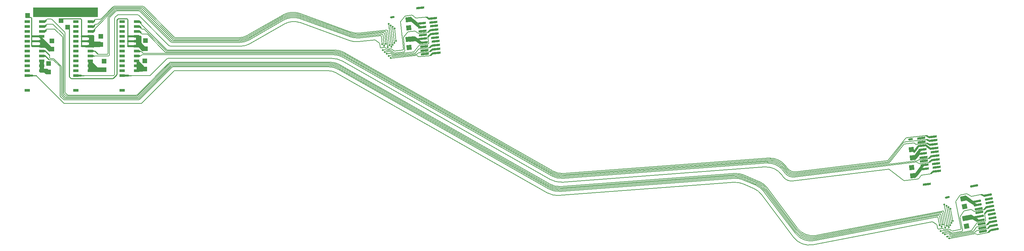
<source format=gbr>
*
G4_C Author: OrCAD GerbTool(tm) 8.1.1 Thu Jun 19 01:37:11 2003*
%LPD*%
%FSLAX34Y34*%
%MOIN*%
%AD*%
%AMD25R98*
20,1,0.025000,0.000000,-0.035000,0.000000,0.035000,98.600000*
%
%AMD10R98*
20,1,0.050000,-0.025000,0.000000,0.025000,0.000000,98.600000*
%
%AMD25R98N2*
20,1,0.025000,0.000000,-0.035000,0.000000,0.035000,98.600000*
%
%AMD10R98N2*
20,1,0.050000,-0.025000,0.000000,0.025000,0.000000,98.600000*
%
%AMD25R86*
20,1,0.025000,0.000000,-0.035000,0.000000,0.035000,86.080000*
%
%AMD10R86*
20,1,0.050000,-0.025000,0.000000,0.025000,0.000000,86.080000*
%
%AMD16R5*
20,1,0.025000,-0.035000,0.000000,0.035000,0.000000,5.450000*
%
%AMD10R5*
20,1,0.050000,-0.025000,0.000000,0.025000,0.000000,5.450000*
%
%AMD16R5N2*
20,1,0.025000,-0.035000,0.000000,0.035000,0.000000,5.450000*
%
%AMD10R5N2*
20,1,0.050000,-0.025000,0.000000,0.025000,0.000000,5.450000*
%
%AMD32R3*
20,1,0.025000,0.034920,-0.002390,-0.034920,0.002390,3.950000*
%
%AMD33R3*
20,1,0.050000,-0.001710,-0.024940,0.001710,0.024940,3.950000*
%
%AMD32R3N2*
20,1,0.025000,0.034920,-0.002390,-0.034920,0.002390,3.910000*
%
%AMD33R3N2*
20,1,0.050000,-0.001710,-0.024940,0.001710,0.024940,3.910000*
%
%AMD32R3N3*
20,1,0.025000,0.034920,-0.002390,-0.034920,0.002390,3.920000*
%
%AMD33R3N3*
20,1,0.050000,-0.001710,-0.024940,0.001710,0.024940,3.920000*
%
%AMD29R94*
20,1,0.022000,0.000000,-0.040000,0.000000,0.040000,94.300000*
%
%AMD54R94*
20,1,0.050000,-0.025000,0.000000,0.025000,0.000000,94.300000*
%
%AMD29R94N2*
20,1,0.022000,0.000000,-0.040000,0.000000,0.040000,94.000000*
%
%AMD54R94N2*
20,1,0.050000,-0.025000,0.000000,0.025000,0.000000,94.000000*
%
%AMD57R1*
20,1,0.022000,0.039890,0.003000,-0.039890,-0.003000,1.000000*
%
%AMD58R1*
20,1,0.050000,0.001870,-0.024930,-0.001870,0.024930,1.000000*
%
%AMD61R1*
20,1,0.022000,0.039830,0.003700,-0.039830,-0.003700,1.000000*
%
%AMD62R1*
20,1,0.050000,0.002300,-0.024890,-0.002300,0.024890,1.000000*
%
%AMD63R1*
20,1,0.022000,0.039760,0.004390,-0.039760,-0.004390,1.000000*
%
%AMD64R1*
20,1,0.050000,0.002730,-0.024850,-0.002730,0.024850,1.000000*
%
%AMD59R1*
20,1,0.022000,0.039900,0.002790,-0.039900,-0.002790,1.000000*
%
%AMD60R1*
20,1,0.050000,0.001740,-0.024940,-0.001740,0.024940,1.000000*
%
%AMD67R1*
20,1,0.022000,0.039850,0.003490,-0.039850,-0.003490,1.000000*
%
%AMD68R1*
20,1,0.050000,0.002170,-0.024910,-0.002170,0.024910,1.000000*
%
%AMD69R1*
20,1,0.022000,0.039780,0.004180,-0.039780,-0.004180,1.000000*
%
%AMD70R1*
20,1,0.050000,0.002600,-0.024870,-0.002600,0.024870,1.000000*
%
%AMD71R1*
20,1,0.022000,0.039700,0.004870,-0.039700,-0.004870,1.000000*
%
%AMD72R1*
20,1,0.050000,0.003030,-0.024820,-0.003030,0.024820,1.000000*
%
%AMD73R1*
20,1,0.022000,0.039610,0.005560,-0.039610,-0.005560,1.000000*
%
%AMD74R1*
20,1,0.050000,0.003460,-0.024760,-0.003460,0.024760,1.000000*
%
%AMD75R1*
20,1,0.022000,0.039510,0.006250,-0.039510,-0.006250,1.000000*
%
%AMD76R1*
20,1,0.050000,0.003890,-0.024700,-0.003890,0.024700,1.000000*
%
%AMD77R1*
20,1,0.022000,0.039390,0.006940,-0.039390,-0.006940,1.000000*
%
%AMD78R1*
20,1,0.050000,0.004320,-0.024630,-0.004320,0.024630,1.000000*
%
%AMD79R359*
20,1,0.022000,0.039260,0.007630,-0.039260,-0.007630,359.000000*
%
%AMD80R359*
20,1,0.050000,0.004750,-0.024550,-0.004750,0.024550,359.000000*
%
%AMD81R359*
20,1,0.022000,0.039390,0.006940,-0.039390,-0.006940,359.000000*
%
%AMD82R359*
20,1,0.050000,0.004320,-0.024630,-0.004320,0.024630,359.000000*
%
%AMD83R359*
20,1,0.022000,0.039510,0.006250,-0.039510,-0.006250,359.000000*
%
%AMD84R359*
20,1,0.050000,0.003890,-0.024700,-0.003890,0.024700,359.000000*
%
%AMD85R359*
20,1,0.022000,0.039610,0.005560,-0.039610,-0.005560,359.000000*
%
%AMD86R359*
20,1,0.050000,0.003460,-0.024760,-0.003460,0.024760,359.000000*
%
%AMD87R359*
20,1,0.022000,0.039700,0.004870,-0.039700,-0.004870,359.000000*
%
%AMD88R359*
20,1,0.050000,0.003030,-0.024820,-0.003030,0.024820,359.000000*
%
%AMD29R98*
20,1,0.022000,0.000000,-0.040000,0.000000,0.040000,98.100000*
%
%AMD54R98*
20,1,0.050000,-0.025000,0.000000,0.025000,0.000000,98.100000*
%
%AMD29R97*
20,1,0.022000,0.000000,-0.040000,0.000000,0.040000,97.000000*
%
%AMD54R97*
20,1,0.050000,-0.025000,0.000000,0.025000,0.000000,97.000000*
%
%AMD29R98N2*
20,1,0.022000,0.000000,-0.040000,0.000000,0.040000,98.000000*
%
%AMD54R98N2*
20,1,0.050000,-0.025000,0.000000,0.025000,0.000000,98.000000*
%
%AMD95R1*
20,1,0.022000,0.039610,0.005570,-0.039610,-0.005570,1.000000*
%
%AMD96R1*
20,1,0.050000,0.003480,-0.024760,-0.003480,0.024760,1.000000*
%
%AMD97R1*
20,1,0.022000,0.039510,0.006260,-0.039510,-0.006260,1.000000*
%
%AMD98R1*
20,1,0.050000,0.003910,-0.024700,-0.003910,0.024700,1.000000*
%
%AMD99R1*
20,1,0.022000,0.039390,0.006950,-0.039390,-0.006950,1.000000*
%
%AMD100R1*
20,1,0.050000,0.004340,-0.024630,-0.004340,0.024630,1.000000*
%
%AMD29R95*
20,1,0.022000,0.000000,-0.040000,0.000000,0.040000,95.000000*
%
%AMD54R95*
20,1,0.050000,-0.025000,0.000000,0.025000,0.000000,95.000000*
%
%AMD103R1*
20,1,0.022000,0.039850,0.003490,-0.039850,-0.003490,1.000000*
%
%AMD104R1*
20,1,0.050000,0.002180,-0.024900,-0.002180,0.024900,1.000000*
%
%ADD10R,0.050000X0.050000*%
%ADD11C,0.006000*%
%ADD12C,0.019000*%
%ADD13C,0.007900*%
%ADD14C,0.005000*%
%ADD15C,0.000800*%
%ADD16R,0.070000X0.025000*%
%ADD17R,0.068000X0.023000*%
%ADD18C,0.006000*%
%ADD19C,0.009800*%
%ADD20C,0.010000*%
%ADD21C,0.030000*%
%ADD22C,0.060000*%
%ADD23C,0.035000*%
%ADD24C,0.055000*%
%ADD25R,0.025000X0.070000*%
%ADD26C,0.010000*%
%ADD27R,0.029000X0.058000*%
%ADD28R,0.031000X0.060000*%
%ADD29R,0.022000X0.080000*%
%ADD30R,0.024000X0.082000*%
%ADD31D10R98N2*%
%ADD32D25R86*%
%ADD33D10R86*%
%ADD34D16R5*%
%ADD35D10R5*%
%ADD36D16R5N2*%
%ADD37D10R5N2*%
%ADD38D25R98N2*%
%ADD39D10R98N2*%
%ADD40D25R86*%
%ADD41D10R86*%
%ADD42D16R5*%
%ADD43D10R5*%
%ADD44D16R5N2*%
%ADD45D10R5N2*%
%ADD46D32R3*%
%ADD47D33R3*%
%ADD48R,0.070000X0.025000*%
%ADD49D33R3N2*%
%ADD50C,0.011000*%
%ADD51C,0.036000*%
%ADD52C,0.015000*%
%ADD53R,0.070000X0.025000*%
%ADD54R,0.050000X0.050000*%
%ADD55C,0.010000*%
%ADD56C,0.010000*%
%ADD57D29R94*%
%ADD58D54R94*%
%ADD59D29R94N2*%
%ADD60D54R94N2*%
%ADD61D57R1*%
%ADD62D58R1*%
%ADD63D61R1*%
%ADD64D62R1*%
%ADD65D63R1*%
%ADD66D64R1*%
%ADD67D59R1*%
%ADD68D60R1*%
%ADD69D67R1*%
%ADD70D68R1*%
%ADD71D69R1*%
%ADD72D70R1*%
%ADD73D71R1*%
%ADD74D72R1*%
%ADD75D73R1*%
%ADD76D74R1*%
%ADD77D75R1*%
%ADD78D76R1*%
%ADD79D77R1*%
%ADD80D78R1*%
%ADD81D79R359*%
%ADD82D80R359*%
%ADD83D81R359*%
%ADD84D82R359*%
%ADD85D83R359*%
%ADD86D84R359*%
%ADD87D85R359*%
%ADD88D86R359*%
%ADD89D87R359*%
%ADD90D88R359*%
%ADD91D29R98*%
%ADD92D54R98*%
%ADD93D29R97*%
%ADD94D54R97*%
%ADD95D29R98N2*%
%ADD96D54R98N2*%
%ADD97D95R1*%
%ADD98D96R1*%
%ADD99D97R1*%
%ADD100D98R1*%
%ADD101D99R1*%
%ADD102D100R1*%
%ADD103D29R95*%
%ADD104D54R95*%
%ADD105D103R1*%
%ADD106D104R1*%
%ADD256R,0.058000X0.029000*%
G4_C OrCAD GerbTool Tool List *
G4_D50 1 0.0110 T 0 0*
G4_D51 3 0.0360 T 0 0*
G4_D52 2 0.0150 T 0 0*
G54D20*
G1X11803Y35880D2*
G1X12052Y35879D1*
G1X11802Y35380D2*
G1X12052Y35380D1*
G1X11577Y35380D2*
G54D11*
G1X12190Y35380D1*
G75*
G3X12260Y35408I0J100D1*
G74*
G1X12908Y37609D2*
G75*
G3X12837Y37639I-71J-71D1*
G74*
G1X15332Y34354D2*
G1X13865Y32887D1*
G1X13229Y33409D2*
G75*
G2X13160Y33380I-71J71D1*
G74*
G1X12040Y35880D2*
G1X11577Y35880D1*
G1X12471Y35969D2*
G54D12*
G1X11863Y36577D1*
G1X12469Y36183D2*
G1X11861Y36790D1*
G1X12582Y36263D2*
G1X11974Y36871D1*
G1X11863Y36436D2*
G1X11863Y37296D1*
G1X12053Y36489D2*
G1X12052Y37349D1*
G1X12210Y36489D2*
G1X12210Y37349D1*
G1X11340Y36881D2*
G1X12200Y36881D1*
G1X12786Y36104D2*
G1X12178Y36713D1*
G1X12497Y34305D2*
G1X11889Y34913D1*
G1X12533Y34114D2*
G1X11925Y34722D1*
G1X11925Y33908D2*
G1X11924Y34768D1*
G1X12428Y34031D2*
G1X12078Y34031D1*
G1X12397Y34157D2*
G1X12047Y34157D1*
G1X12385Y34344D2*
G1X12035Y34344D1*
G1X12367Y34427D2*
G1X12017Y34428D1*
G1X6201Y33380D2*
G1X5651Y33380D1*
G1X6498Y33379D2*
G54D20*
G1X6101Y33379D1*
G1X1566Y40076D2*
G54D10*
G1X7640Y40076D1*
G1X7640Y39619D2*
G1X1566Y39619D1*
G1X5224Y33081D2*
G75*
G54D19*
G2X5154Y33110I0J100D1*
G74*
G1X5035Y33229D1*
G75*
G2X5005Y33300I71J71D1*
G74*
G54D54*
G1X4149Y38983D3*
G1X5005Y33300D2*
G54D19*
G1X5005Y38281D1*
G54D54*
G1X4806Y38334D3*
G1X11300Y33381D2*
G54D20*
G1X10903Y33381D1*
G1X11002Y33381D2*
G54D12*
G1X10453Y33381D1*
G1X9513Y33410D2*
G75*
G54D11*
G2X9442Y33381I-71J71D1*
G74*
G1X9571Y33468D2*
G75*
G3X9600Y33538I-71J71D1*
G74*
G1X9600Y39239D1*
G75*
G2X9629Y39310I100J0D1*
G74*
G1X9999Y39189D2*
G75*
G54D19*
G3X9928Y39160I0J-100D1*
G74*
G1X9853Y39084D1*
G1X9824Y39013D2*
G75*
G2X9853Y39084I100J0D1*
G74*
G1X9824Y33521D2*
G1X9824Y39013D1*
G1X9794Y33451D2*
G75*
G3X9824Y33521I-71J71D1*
G74*
G1X9455Y33111D2*
G75*
G2X9384Y33082I-71J71D1*
G74*
G1X7067Y38775D2*
G54D11*
G1X7197Y38880D1*
G1X7068Y38987D1*
G1X7072Y38881D2*
G1X7197Y38880D1*
G1X7066Y38275D2*
G1X7196Y38381D1*
G1X7067Y38487D1*
G1X7071Y38381D2*
G1X7196Y38381D1*
G1X7069Y38986D2*
G1X7193Y38985D1*
G1X7069Y38969D2*
G1X7069Y38814D1*
G1X7200Y38880D2*
G1X7071Y38986D1*
G1X7075Y38880D2*
G1X7200Y38880D1*
G1X7201Y38880D2*
G1X7071Y38773D1*
G1X7053Y38486D2*
G1X7178Y38486D1*
G1X7074Y38381D2*
G1X7199Y38381D1*
G1X7069Y38470D2*
G1X7069Y38316D1*
G1X7069Y38275D2*
G1X7199Y38381D1*
G1X7197Y38381D2*
G1X7068Y38487D1*
G1X7077Y38880D2*
G1X7201Y38880D1*
G1X7069Y37776D2*
G1X7199Y37882D1*
G1X7029Y37987D2*
G1X7154Y37987D1*
G1X7074Y37882D2*
G1X7199Y37882D1*
G1X7069Y37987D1*
G1X7199Y37882D2*
G1X7074Y37882D1*
G1X7001Y35880D2*
G54D20*
G1X7251Y35880D1*
G1X6572Y36881D2*
G54D12*
G1X7432Y36881D1*
G1X7191Y36349D2*
G1X6667Y36349D1*
G1X7082Y36406D2*
G1X7083Y36865D1*
G1X7707Y33983D2*
G1X7033Y33983D1*
G1X7142Y33878D2*
G1X7143Y34337D1*
G1X7250Y36385D2*
G1X7251Y36844D1*
G1X7078Y36961D2*
G1X7079Y37420D1*
G1X7268Y36964D2*
G1X7268Y37423D1*
G1X7079Y37471D2*
G54D20*
G1X7329Y37471D1*
G1X7431Y36965D2*
G54D12*
G1X7430Y37424D1*
G1X7196Y37467D2*
G54D20*
G1X7446Y37467D1*
G1X8429Y33922D2*
G54D12*
G1X7753Y33922D1*
G1X8362Y34109D2*
G1X7687Y34109D1*
G1X7030Y33870D2*
G1X7030Y34329D1*
G1X7826Y34122D2*
G1X7036Y34912D1*
G1X7836Y33888D2*
G1X7046Y34679D1*
G1X7718Y33851D2*
G1X7044Y33851D1*
G1X8326Y33851D2*
G1X7650Y33851D1*
G1X7747Y34107D2*
G1X7071Y34107D1*
G1X7296Y34035D2*
G1X7295Y34494D1*
G1X7126Y34258D2*
G1X7127Y34717D1*
G1X7031Y34323D2*
G1X7031Y34782D1*
G1X6821Y36379D2*
G1X6271Y36379D1*
G1X6818Y36879D2*
G1X6268Y36879D1*
G1X6818Y37381D2*
G1X6268Y37381D1*
G1X1252Y33381D2*
G1X702Y33381D1*
G54D54*
G1X755Y39514D3*
G1X560Y39316D2*
G54D19*
G1X1071Y39316D1*
G75*
G2X1171Y39216I0J-100D1*
G74*
G1X1171Y36379D1*
G1X2052Y35881D2*
G54D20*
G1X2303Y35881D1*
G1X2052Y35381D2*
G1X2302Y35381D1*
G1X1972Y37392D2*
G54D12*
G1X3056Y36307D1*
G1X2133Y36406D2*
G1X2133Y36865D1*
G1X2140Y36754D2*
G1X2139Y37213D1*
G1X2746Y33799D2*
G1X2070Y33800D1*
G1X2758Y33984D2*
G1X2083Y33984D1*
G1X14950Y36001D2*
G75*
G54D11*
G2X14880Y36030I0J100D1*
G74*
G1X14808Y35910D2*
G75*
G3X14878Y35881I71J71D1*
G74*
G1X14797Y35761D2*
G75*
G2X14727Y35790I0J100D1*
G74*
G1X14932Y35112D2*
G1X13229Y33409D1*
G1X15002Y35141D2*
G75*
G3X14932Y35112I0J-100D1*
G74*
G1X15173Y34732D2*
G1X13826Y33386D1*
G1X15243Y34761D2*
G75*
G3X15173Y34732I0J-100D1*
G74*
G1X15231Y34612D2*
G75*
G2X15301Y34641I71J-71D1*
G74*
G1X15358Y34521D2*
G75*
G3X15288Y34492I0J-100D1*
G74*
G1X15350Y34372D2*
G75*
G2X15420Y34401I71J-71D1*
G74*
G1X15425Y34252D2*
G1X14016Y32841D1*
G1X15496Y34281D2*
G75*
G3X15425Y34252I0J-100D1*
G74*
G1X15621Y33872D2*
G75*
G2X15691Y33901I71J-71D1*
G74*
G1X12125Y30951D2*
G1X15335Y34164D1*
G1X12055Y30922D2*
G75*
G3X12125Y30951I0J100D1*
G74*
G1X15350Y34372D2*
G1X12051Y31071D1*
G75*
G2X11981Y31042I-71J71D1*
G74*
G1X11988Y31191D2*
G1X15288Y34492D1*
G1X11918Y31162D2*
G75*
G3X11988Y31191I0J100D1*
G74*
G1X15231Y34612D2*
G1X11931Y31311D1*
G75*
G2X11861Y31282I-71J71D1*
G74*
G1X11873Y31431D2*
G1X15004Y34563D1*
G1X11803Y31402D2*
G75*
G3X11873Y31431I0J100D1*
G74*
G1X9886Y39567D2*
G1X9629Y39310D1*
G1X9956Y39596D2*
G75*
G3X9886Y39567I0J-100D1*
G74*
G1X9734Y39949D2*
G75*
G2X9804Y39978I71J-71D1*
G74*
G1X9662Y40069D2*
G75*
G2X9732Y40098I71J-71D1*
G74*
G1X9598Y40189D2*
G75*
G2X9668Y40218I71J-71D1*
G74*
G1X9541Y40309D2*
G75*
G2X9611Y40338I71J-71D1*
G74*
G1X9484Y40429D2*
G75*
G2X9554Y40458I71J-71D1*
G74*
G1X9484Y40429D2*
G1X8224Y39169D1*
G1X6191Y33380D2*
G1X9442Y33380D1*
G1X9512Y33409D2*
G1X9571Y33468D1*
G1X9442Y33380D2*
G75*
G3X9512Y33409I0J100D1*
G74*
G1X9794Y33451D2*
G54D19*
G1X9454Y33110D1*
G1X9384Y33081D2*
G1X5224Y33081D1*
G1X9454Y33110D2*
G75*
G2X9384Y33081I-71J71D1*
G74*
G1X11803Y31402D2*
G54D11*
G1X4854Y31402D1*
G75*
G2X4784Y31431I0J100D1*
G74*
G1X4755Y31282D2*
G1X11861Y31282D1*
G1X4684Y31311D2*
G75*
G3X4755Y31282I71J71D1*
G74*
G1X11918Y31162D2*
G1X4658Y31162D1*
G75*
G2X4588Y31191I0J100D1*
G74*
G1X4582Y31042D2*
G1X11981Y31042D1*
G1X4512Y31071D2*
G75*
G3X4582Y31042I71J71D1*
G74*
G1X12055Y30922D2*
G1X4483Y30922D1*
G75*
G2X4413Y30951I0J100D1*
G74*
G1X4099Y31265D1*
G75*
G2X4070Y31335I71J71D1*
G74*
G1X4512Y31071D2*
G1X4219Y31364D1*
G75*
G2X4190Y31434I71J71D1*
G74*
G1X4588Y31191D2*
G1X4339Y31440D1*
G75*
G2X4310Y31510I71J71D1*
G74*
G1X4684Y31311D2*
G1X4459Y31538D1*
G75*
G2X4430Y31608I71J71D1*
G74*
G1X4784Y31431D2*
G1X4584Y31631D1*
G75*
G2X4555Y31701I71J71D1*
G74*
G1X4070Y34239D2*
G1X4070Y31335D1*
G1X4041Y34309D2*
G75*
G2X4070Y34239I-71J-71D1*
G74*
G1X4190Y31434D2*
G1X4190Y34289D1*
G75*
G3X4161Y34359I-100J0D1*
G74*
G1X3432Y35089D1*
G1X3361Y35118D2*
G75*
G2X3432Y35089I0J-100D1*
G74*
G1X4310Y31510D2*
G1X4310Y37285D1*
G75*
G3X4281Y37355I-100J0D1*
G74*
G1X4430Y37506D2*
G1X4430Y31608D1*
G1X4401Y37576D2*
G75*
G2X4430Y37506I-71J-71D1*
G74*
G1X4555Y31701D2*
G1X4555Y37738D1*
G75*
G3X4526Y37808I-100J0D1*
G74*
G1X4281Y37355D2*
G1X3529Y38107D1*
G75*
G3X3459Y38136I-71J-71D1*
G74*
G1X3368Y38607D2*
G1X4401Y37576D1*
G1X3298Y38636D2*
G75*
G2X3368Y38607I0J-100D1*
G74*
G1X4526Y37808D2*
G1X3222Y39112D1*
G75*
G3X3152Y39141I-71J-71D1*
G74*
G1X1152Y33380D2*
G54D20*
G1X1649Y33380D1*
G1X11619Y36379D2*
G54D12*
G1X10969Y36379D1*
G1X11617Y36880D2*
G1X10968Y36880D1*
G1X11619Y37379D2*
G1X10970Y37379D1*
G1X13160Y33380D2*
G54D11*
G1X11299Y33380D1*
G1X6222Y36379D2*
G54D19*
G1X6222Y39083D1*
G1X6122Y39183D2*
G1X4121Y39183D1*
G1X6222Y39083D2*
G75*
G3X6122Y39183I-100J0D1*
G74*
G1X4449Y30571D2*
G54D11*
G1X1669Y33352D1*
G1X4519Y30542D2*
G75*
G2X4449Y30571I0J100D1*
G74*
G1X4519Y30542D2*
G1X12250Y30542D1*
G1X12320Y30571D2*
G1X15621Y33872D1*
G1X12250Y30542D2*
G75*
G3X12320Y30571I0J100D1*
G74*
G1X12260Y35408D2*
G1X12342Y35491D1*
G1X12342Y35491D2*
G75*
G2X12413Y35521I71J-70D1*
G74*
G54D256*
G1X11811Y33878D3*
G1X11812Y34379D3*
G1X11810Y34879D3*
G1X11810Y35379D3*
G1X11811Y35878D3*
G1X11811Y36378D3*
G1X11811Y36878D3*
G1X11810Y37379D3*
G1X11810Y37879D3*
G1X11810Y38380D3*
G1X11811Y38880D3*
G1X10342Y38881D3*
G1X10341Y38381D3*
G1X10340Y37880D3*
G1X10340Y37381D3*
G1X10340Y36881D3*
G1X10340Y36380D3*
G1X10341Y35880D3*
G1X10341Y35381D3*
G1X10340Y34880D3*
G1X10341Y34381D3*
G1X10340Y33881D3*
G1X10341Y33381D3*
G1X10339Y31881D3*
G1X12154Y37775D2*
G54D11*
G1X12280Y37776D1*
G1X12094Y37986D2*
G1X12224Y37879D1*
G1X12147Y37836D2*
G1X12273Y37836D1*
G1X12054Y37775D2*
G1X12179Y37775D1*
G1X12150Y37803D2*
G1X12276Y37803D1*
G1X12149Y37834D2*
G1X12279Y37728D1*
G1X12151Y37826D2*
G1X12152Y37934D1*
G1X12099Y37880D2*
G1X12224Y37879D1*
G1X12190Y37880D2*
G75*
G2X12290Y37780I0J-100D1*
G74*
G1X12290Y37725D1*
G1X12224Y37879D2*
G1X12094Y37774D1*
G1X12224Y37879D2*
G1X12100Y37880D1*
G1X12290Y37739D2*
G1X12290Y37683D1*
G1X12313Y37661D2*
G1X12114Y37822D1*
G1X12375Y37639D2*
G75*
G2X12313Y37661I0J101D1*
G74*
G1X12093Y38487D2*
G1X12222Y38380D1*
G1X12092Y38274D1*
G1X12112Y38304D2*
G1X12113Y38458D1*
G1X12150Y38326D2*
G1X12149Y38435D1*
G1X12097Y38381D2*
G1X12222Y38380D1*
G1X12079Y38275D2*
G1X12204Y38276D1*
G1X12153Y38327D2*
G1X12152Y38435D1*
G1X12100Y38381D2*
G1X12225Y38381D1*
G1X12144Y38301D2*
G1X12270Y38301D1*
G1X12096Y38487D2*
G1X12225Y38381D1*
G1X12291Y38281D2*
G1X12291Y38226D1*
G1X12150Y38326D2*
G1X12279Y38221D1*
G1X12115Y38304D2*
G1X12116Y38457D1*
G1X12191Y38380D2*
G75*
G2X12291Y38281I0J-100D1*
G74*
G1X12140Y38336D2*
G1X12265Y38336D1*
G1X12223Y38381D2*
G1X12093Y38274D1*
G1X12292Y38237D2*
G1X12292Y38182D1*
G1X12158Y38354D2*
G1X12288Y38248D1*
G1X12132Y38309D2*
G1X12322Y38155D1*
G75*
G3X12386Y38132I63J79D1*
G74*
G1X12093Y38986D2*
G1X12223Y38880D1*
G1X12093Y38774D1*
G1X12151Y38826D2*
G1X12150Y38934D1*
G1X12099Y38880D2*
G1X12223Y38880D1*
G1X12094Y38775D2*
G1X12219Y38775D1*
G1X12155Y38827D2*
G1X12154Y38935D1*
G1X12133Y38834D2*
G1X12258Y38835D1*
G1X12137Y38796D2*
G1X12261Y38796D1*
G1X12290Y38724D2*
G1X12160Y38830D1*
G1X12192Y38881D2*
G75*
G2X12292Y38781I0J-100D1*
G74*
G1X12165Y38822D2*
G1X12293Y38693D1*
G1X12226Y38881D2*
G1X12096Y38775D1*
G1X12102Y38880D2*
G1X12226Y38881D1*
G1X12227Y38881D2*
G1X12097Y38986D1*
G1X12283Y38765D2*
G1X12153Y38871D1*
G1X12294Y38728D2*
G1X12293Y38673D1*
G1X12268Y38790D2*
G1X12139Y38896D1*
G1X12103Y38880D2*
G1X12227Y38881D1*
G1X14880Y36030D2*
G1X12321Y38588D1*
G1X12292Y38659D2*
G1X12292Y38781D1*
G1X12321Y38588D2*
G75*
G2X12292Y38659I71J71D1*
G74*
G1X12110Y38807D2*
G1X12110Y38930D1*
G1X12294Y38667D2*
G1X12115Y38812D1*
G1X14808Y35910D2*
G1X12616Y38103D1*
G1X12546Y38132D2*
G1X12386Y38132D1*
G1X12616Y38103D2*
G75*
G3X12546Y38132I-71J-71D1*
G74*
G1X14727Y35790D2*
G1X12907Y37610D1*
G1X12837Y37639D2*
G1X12375Y37639D1*
G1X12907Y37610D2*
G75*
G3X12837Y37639I-71J-71D1*
G74*
G1X12007Y37923D2*
G1X12133Y37923D1*
G1X12134Y35381D2*
G54D12*
G1X11784Y35381D1*
G1X12159Y35872D2*
G1X11809Y35872D1*
G1X10921Y36380D2*
G54D19*
G1X10921Y39089D1*
G1X10821Y39189D2*
G1X9999Y39189D1*
G1X10921Y39089D2*
G75*
G3X10821Y39189I-100J0D1*
G74*
G1X12262Y35868D2*
G54D11*
G1X12137Y35868D1*
G1X12332Y35839D2*
G75*
G3X12262Y35868I-70J-71D1*
G74*
G1X12504Y35670D2*
G1X12332Y35839D1*
G1X12574Y35641D2*
G75*
G2X12504Y35670I0J100D1*
G74*
G1X11657Y33906D2*
G54D12*
G1X12417Y33906D1*
G1X11566Y36352D2*
G1X12336Y36352D1*
G1X12209Y37350D2*
G1X11693Y37350D1*
G54D54*
G1X12649Y34060D3*
G1X12648Y34900D3*
G1X12726Y36124D3*
G1X12725Y36964D3*
G54D256*
G1X7122Y33879D3*
G1X7123Y34380D3*
G1X7121Y34880D3*
G1X7121Y35380D3*
G1X7122Y35879D3*
G1X7122Y36379D3*
G1X7122Y36879D3*
G1X7121Y37380D3*
G1X5653Y38881D3*
G1X5652Y38381D3*
G1X5651Y37880D3*
G1X5651Y37381D3*
G1X5651Y36881D3*
G1X5651Y36380D3*
G1X5652Y35880D3*
G1X5652Y35381D3*
G1X5651Y34880D3*
G1X5652Y34381D3*
G1X5651Y33881D3*
G1X5652Y33381D3*
G1X5650Y31881D3*
G1X7407Y38958D2*
G54D11*
G1X7406Y38804D1*
G1X7443Y38934D2*
G1X7444Y38827D1*
G1X7405Y38458D2*
G1X7405Y38303D1*
G1X7442Y38435D2*
G1X7442Y38327D1*
G1X7619Y39117D2*
G1X7441Y38971D1*
G1X7682Y39140D2*
G75*
G3X7619Y39117I0J-101D1*
G74*
G1X7447Y38934D2*
G1X7448Y38826D1*
G1X7426Y38926D2*
G1X7551Y38926D1*
G1X7429Y38965D2*
G1X7554Y38965D1*
G1X7584Y39037D2*
G1X7454Y38931D1*
G1X7586Y38980D2*
G1X7585Y39039D1*
G1X7485Y38880D2*
G75*
G3X7586Y38980I0J100D1*
G74*
G1X7458Y38938D2*
G1X7587Y39068D1*
G1X7411Y38957D2*
G1X7410Y38803D1*
G1X7576Y38996D2*
G1X7446Y38890D1*
G1X7586Y39032D2*
G1X7586Y39088D1*
G1X7561Y38971D2*
G1X7431Y38864D1*
G1X7446Y38434D2*
G1X7445Y38327D1*
G1X7438Y38461D2*
G1X7562Y38460D1*
G1X7585Y38481D2*
G1X7584Y38536D1*
G1X7442Y38435D2*
G1X7573Y38540D1*
G1X7408Y38458D2*
G1X7408Y38304D1*
G1X7484Y38381D2*
G75*
G3X7585Y38481I0J100D1*
G74*
G1X7433Y38426D2*
G1X7558Y38426D1*
G1X7586Y38525D2*
G1X7585Y38579D1*
G1X7451Y38408D2*
G1X7581Y38514D1*
G1X7448Y37986D2*
G1X7573Y37986D1*
G1X7408Y37959D2*
G1X7409Y37804D1*
G1X7441Y37926D2*
G1X7567Y37926D1*
G1X7444Y37959D2*
G1X7569Y37959D1*
G1X7443Y37928D2*
G1X7573Y38034D1*
G1X7446Y37936D2*
G1X7445Y37828D1*
G1X7484Y37882D2*
G75*
G3X7585Y37982I0J100D1*
G74*
G1X7584Y38037D1*
G1X7425Y38453D2*
G1X7615Y38606D1*
G75*
G2X7679Y38630I64J-78D1*
G74*
G54D256*
G1X7121Y38380D3*
G1X7121Y38880D3*
G1X7121Y37879D3*
G1X7682Y39140D2*
G54D11*
G1X8152Y39140D1*
G1X8223Y39169D2*
G1X9404Y40349D1*
G1X8152Y39140D2*
G75*
G3X8223Y39169I0J100D1*
G74*
G1X9541Y40309D2*
G1X7892Y38659D1*
G1X7821Y38630D2*
G1X7679Y38630D1*
G1X7892Y38659D2*
G75*
G2X7821Y38630I-71J71D1*
G74*
G1X7584Y38023D2*
G1X7584Y38133D1*
G1X7613Y38203D2*
G1X9598Y40189D1*
G1X7584Y38133D2*
G75*
G2X7613Y38203I100J0D1*
G74*
G1X7575Y38125D2*
G1X7377Y37964D1*
G1X7562Y38069D2*
G1X7364Y37908D1*
G1X7416Y37797D2*
G1X7546Y37903D1*
G1X7384Y37769D2*
G1X7514Y37875D1*
G1X7421Y38300D2*
G1X7551Y38406D1*
G1X7381Y38267D2*
G1X7511Y38373D1*
G1X7416Y38795D2*
G1X7546Y38901D1*
G1X7387Y38770D2*
G1X7517Y38876D1*
G1X7571Y35380D2*
G54D20*
G1X7001Y35380D1*
G1X7101Y35380D2*
G54D12*
G1X7421Y35380D1*
G1X7431Y36863D2*
G1X7431Y37322D1*
G1X7431Y36821D2*
G1X7431Y36331D1*
G1X7571Y35879D2*
G54D20*
G1X7050Y35879D1*
G1X7126Y35879D2*
G54D12*
G1X7421Y35879D1*
G1X7877Y35574D2*
G54D20*
G1X7573Y35879D1*
G1X7948Y35545D2*
G75*
G54D11*
G2X7877Y35574I0J100D1*
G74*
G1X8818Y35545D2*
G1X7948Y35545D1*
G1X8918Y35645D2*
G75*
G2X8818Y35545I-100J0D1*
G74*
G1X7478Y35379D2*
G1X8968Y35379D1*
G75*
G3X9068Y35479I0J100D1*
G74*
G1X9068Y39242D1*
G1X9097Y39313D2*
G1X9734Y39949D1*
G1X9068Y39242D2*
G75*
G2X9097Y39313I100J0D1*
G74*
G1X8918Y35645D2*
G1X8918Y39284D1*
G1X8947Y39355D2*
G1X9662Y40069D1*
G1X8918Y39284D2*
G75*
G2X8947Y39355I100J0D1*
G74*
G54D54*
G1X8518Y34006D3*
G1X8517Y34846D3*
G1X8096Y36389D2*
G54D12*
G1X7526Y36389D1*
G1X8111Y36572D2*
G1X7541Y36572D1*
G1X8118Y36752D2*
G1X7548Y36752D1*
G54D54*
G1X8187Y36548D3*
G1X8186Y37388D3*
G54D256*
G1X2193Y33877D3*
G1X2194Y34378D3*
G1X2192Y34878D3*
G1X2192Y35378D3*
G1X2193Y35877D3*
G1X2193Y36377D3*
G1X2193Y36877D3*
G1X2192Y37378D3*
G1X723Y38880D3*
G1X722Y38380D3*
G1X721Y37879D3*
G1X721Y37380D3*
G1X721Y36880D3*
G1X721Y36379D3*
G1X722Y35879D3*
G1X722Y35380D3*
G1X721Y34879D3*
G1X722Y34380D3*
G1X721Y33880D3*
G1X722Y33380D3*
G1X721Y31879D3*
G1X2458Y38776D2*
G54D11*
G1X2588Y38882D1*
G1X2459Y38988D1*
G1X2478Y38959D2*
G1X2478Y38805D1*
G1X2516Y38935D2*
G1X2515Y38828D1*
G1X2463Y38882D2*
G1X2588Y38882D1*
G1X2457Y38276D2*
G1X2588Y38382D1*
G1X2457Y38487D1*
G1X2477Y38459D2*
G1X2478Y38304D1*
G1X2515Y38436D2*
G1X2514Y38328D1*
G1X2462Y38382D2*
G1X2588Y38382D1*
G1X2459Y38987D2*
G1X2584Y38987D1*
G1X2460Y38970D2*
G1X2461Y38815D1*
G1X2520Y38935D2*
G1X2519Y38826D1*
G1X2498Y38927D2*
G1X2623Y38927D1*
G1X2501Y38966D2*
G1X2627Y38966D1*
G1X2655Y39038D2*
G1X2526Y38932D1*
G1X2658Y38981D2*
G1X2658Y39040D1*
G1X2557Y38881D2*
G75*
G3X2658Y38981I0J100D1*
G74*
G1X2530Y38939D2*
G1X2659Y39069D1*
G1X2591Y38881D2*
G1X2461Y38987D1*
G1X2466Y38881D2*
G1X2591Y38881D1*
G1X2592Y38881D2*
G1X2462Y38774D1*
G1X2482Y38958D2*
G1X2482Y38804D1*
G1X2649Y38997D2*
G1X2519Y38891D1*
G1X2658Y39033D2*
G1X2658Y39089D1*
G1X2633Y38972D2*
G1X2503Y38865D1*
G1X2444Y38487D2*
G1X2569Y38487D1*
G1X2518Y38435D2*
G1X2517Y38328D1*
G1X2465Y38382D2*
G1X2590Y38382D1*
G1X2509Y38462D2*
G1X2634Y38461D1*
G1X2460Y38471D2*
G1X2461Y38317D1*
G1X2460Y38276D2*
G1X2590Y38382D1*
G1X2656Y38482D2*
G1X2656Y38537D1*
G1X2515Y38436D2*
G1X2645Y38541D1*
G1X2480Y38459D2*
G1X2481Y38305D1*
G1X2556Y38382D2*
G75*
G3X2656Y38482I0J100D1*
G74*
G1X2505Y38427D2*
G1X2631Y38427D1*
G1X2589Y38382D2*
G1X2458Y38487D1*
G1X2657Y38526D2*
G1X2657Y38581D1*
G1X2524Y38409D2*
G1X2654Y38515D1*
G1X2497Y38454D2*
G1X2627Y38560D1*
G1X2467Y38881D2*
G1X2592Y38881D1*
G1X2520Y37987D2*
G1X2646Y37987D1*
G1X2461Y37777D2*
G1X2591Y37883D1*
G1X2480Y37960D2*
G1X2481Y37805D1*
G1X2513Y37927D2*
G1X2639Y37927D1*
G1X2420Y37988D2*
G1X2545Y37988D1*
G1X2516Y37960D2*
G1X2642Y37960D1*
G1X2515Y37929D2*
G1X2645Y38035D1*
G1X2518Y37937D2*
G1X2517Y37829D1*
G1X2465Y37883D2*
G1X2591Y37883D1*
G1X2557Y37883D2*
G75*
G3X2656Y37983I0J100D1*
G74*
G1X2656Y38038D1*
G1X2591Y37883D2*
G1X2460Y37988D1*
G1X2591Y37883D2*
G1X2465Y37883D1*
G1X2655Y38024D2*
G1X2655Y38079D1*
G54D256*
G1X2192Y37878D3*
G1X2192Y38379D3*
G1X2192Y38879D3*
G1X2480Y37941D2*
G54D11*
G1X2691Y38114D1*
G1X2755Y38136D2*
G1X3459Y38136D1*
G1X2691Y38114D2*
G75*
G2X2755Y38136I63J-78D1*
G74*
G1X2556Y38501D2*
G1X2696Y38614D1*
G1X2759Y38636D2*
G1X3298Y38636D1*
G1X2696Y38614D2*
G75*
G2X2759Y38636I63J-78D1*
G74*
G1X2512Y38972D2*
G1X2691Y39119D1*
G1X2755Y39141D2*
G1X3152Y39141D1*
G1X2691Y39119D2*
G75*
G2X2755Y39141I63J-78D1*
G74*
G1X2021Y36880D2*
G54D12*
G1X1217Y36880D1*
G1X2021Y36379D2*
G1X1217Y36379D1*
G1X2021Y37380D2*
G1X1217Y37380D1*
G1X2772Y36327D2*
G1X2097Y36327D1*
G1X2813Y36512D2*
G1X2138Y36512D1*
G1X4041Y34309D2*
G54D11*
G1X3384Y34966D1*
G75*
G3X3314Y34995I-71J-71D1*
G74*
G1X2152Y35381D2*
G54D12*
G1X2532Y35381D1*
G1X2532Y35881D2*
G1X2152Y35881D1*
G1X2559Y35881D2*
G54D19*
G1X2983Y35457D1*
G1X3314Y34995D2*
G54D11*
G1X2978Y34995D1*
G1X2908Y35024D2*
G54D19*
G1X2552Y35380D1*
G1X2978Y34995D2*
G75*
G54D11*
G2X2908Y35024I0J100D1*
G74*
G1X3361Y35118D2*
G1X3097Y35118D1*
G1X2997Y35218D2*
G1X2997Y35455D1*
G1X3097Y35118D2*
G75*
G2X2997Y35218I0J100D1*
G74*
G54D54*
G1X2905Y33771D3*
G1X2904Y34611D3*
G1X3224Y36075D3*
G1X3223Y36915D3*
G1X2968Y36327D2*
G54D12*
G1X2293Y36327D1*
G1X2692Y36658D2*
G1X2142Y36658D1*
G1X2496Y36397D2*
G1X2974Y35920D1*
G1X2563Y36543D2*
G1X3040Y36066D1*
G1X2082Y33842D2*
G1X2082Y34841D1*
G1X2192Y33879D2*
G1X2192Y34841D1*
G1X2309Y33802D2*
G1X2309Y34841D1*
G1X2178Y34093D2*
G1X2655Y33616D1*
G1X15810Y37241D2*
G75*
G54D11*
G2X15669Y37300I0J200D1*
G74*
G1X15712Y37121D2*
G75*
G2X15571Y37180I0J200D1*
G74*
G1X15476Y37060D2*
G75*
G3X15617Y37001I142J142D1*
G74*
G1X15541Y36881D2*
G75*
G2X15400Y36940I0J200D1*
G74*
G1X15301Y36820D2*
G75*
G3X15442Y36761I142J142D1*
G74*
G1X15277Y36381D2*
G75*
G2X15136Y36440I0J200D1*
G74*
G1X9554Y40458D2*
G1X12436Y40458D1*
G1X12578Y40399D2*
G1X15669Y37300D1*
G1X12436Y40458D2*
G75*
G2X12578Y40399I0J-200D1*
G74*
G1X15571Y37180D2*
G1X12479Y40279D1*
G1X12337Y40338D2*
G1X9611Y40338D1*
G1X12479Y40279D2*
G75*
G3X12337Y40338I-142J-141D1*
G74*
G1X9668Y40218D2*
G1X12235Y40218D1*
G1X12377Y40159D2*
G1X15476Y37060D1*
G1X12235Y40218D2*
G75*
G2X12377Y40159I0J-200D1*
G74*
G1X15400Y36940D2*
G1X12301Y40039D1*
G1X12159Y40098D2*
G1X9732Y40098D1*
G1X12301Y40039D2*
G75*
G3X12159Y40098I-142J-142D1*
G74*
G1X15301Y36820D2*
G1X12202Y39919D1*
G1X12060Y39978D2*
G1X9804Y39978D1*
G1X12202Y39919D2*
G75*
G3X12060Y39978I-142J-142D1*
G74*
G1X9956Y39596D2*
G1X11899Y39596D1*
G1X12040Y39537D2*
G1X15136Y36440D1*
G1X11899Y39596D2*
G75*
G2X12040Y39537I0J-200D1*
G74*
G1X15810Y37241D2*
G1X22124Y37241D1*
G1X22124Y37241D2*
G75*
G3X23124Y37509I0J2008D1*
G74*
G1X22156Y37121D2*
G1X15712Y37121D1*
G1X23156Y37389D2*
G75*
G2X22156Y37121I-1000J1732D1*
G74*
G1X15617Y37001D2*
G1X22188Y37001D1*
G1X22188Y37001D2*
G75*
G3X23188Y37269I0J2008D1*
G74*
G1X22220Y36881D2*
G1X15541Y36881D1*
G1X23220Y37149D2*
G75*
G2X22220Y36881I-1000J1732D1*
G74*
G1X15442Y36761D2*
G1X22252Y36761D1*
G1X22252Y36761D2*
G75*
G3X23252Y37029I0J2008D1*
G74*
G1X22354Y36381D2*
G1X15277Y36381D1*
G1X23354Y36649D2*
G75*
G2X22354Y36381I-1000J1732D1*
G74*
G1X23354Y36649D2*
G1X26781Y38628D1*
G1X26781Y38628D2*
G75*
G2X28465Y38775I1003J-1737D1*
G74*
G1X23252Y37029D2*
G1X26745Y39046D1*
G1X26745Y39046D2*
G75*
G2X28429Y39193I1003J-1737D1*
G74*
G1X26733Y39177D2*
G1X23220Y37149D1*
G1X28417Y39325D2*
G75*
G3X26733Y39177I-686J-1885D1*
G74*
G1X23188Y37269D2*
G1X26722Y39309D1*
G1X26722Y39309D2*
G75*
G2X28406Y39457I1003J-1737D1*
G74*
G1X26710Y39441D2*
G1X23156Y37389D1*
G1X28394Y39589D2*
G75*
G3X26710Y39441I-686J-1885D1*
G74*
G1X23124Y37509D2*
G1X26699Y39573D1*
G1X26699Y39573D2*
G75*
G2X28383Y39721I1003J-1737D1*
G74*
G1X14950Y36001D2*
G1X31923Y36001D1*
G1X31923Y36001D2*
G75*
G2X32914Y35739I0J-1987D1*
G74*
G1X31891Y35881D2*
G1X14878Y35881D1*
G1X32882Y35619D2*
G75*
G3X31891Y35881I-991J-1740D1*
G74*
G1X14797Y35761D2*
G1X31859Y35761D1*
G1X31859Y35761D2*
G75*
G2X32850Y35499I0J-1987D1*
G74*
G1X31828Y35641D2*
G1X12574Y35641D1*
G1X32819Y35379D2*
G75*
G3X31828Y35641I-991J-1740D1*
G74*
G1X12413Y35521D2*
G1X31796Y35521D1*
G1X31796Y35521D2*
G75*
G2X32787Y35259I0J-1987D1*
G74*
G1X31691Y35141D2*
G1X15002Y35141D1*
G1X32682Y34879D2*
G75*
G3X31691Y35141I-991J-1740D1*
G74*
G1X15243Y34761D2*
G1X31469Y34761D1*
G1X31469Y34761D2*
G75*
G2X32460Y34499I0J-1987D1*
G74*
G1X31438Y34641D2*
G1X15301Y34641D1*
G1X32429Y34379D2*
G75*
G3X31438Y34641I-991J-1740D1*
G74*
G1X15358Y34521D2*
G1X31406Y34521D1*
G1X31406Y34521D2*
G75*
G2X32397Y34259I0J-1987D1*
G74*
G1X31374Y34401D2*
G1X15420Y34401D1*
G1X32365Y34139D2*
G75*
G3X31374Y34401I-991J-1740D1*
G74*
G1X15496Y34281D2*
G1X31342Y34281D1*
G1X31342Y34281D2*
G75*
G2X32333Y34019I0J-1987D1*
G74*
G1X31177Y33901D2*
G1X15691Y33901D1*
G1X32168Y33639D2*
G75*
G3X31177Y33901I-991J-1740D1*
G74*
G1X32914Y35739D2*
G1X54060Y23677D1*
G1X54060Y23677D2*
G75*
G3X55201Y23420I1000J1755D1*
G74*
G1X54034Y23554D2*
G1X32882Y35619D1*
G1X55175Y23297D2*
G75*
G2X54034Y23554I-149J1983D1*
G74*
G1X32850Y35499D2*
G1X54006Y23432D1*
G1X54006Y23432D2*
G75*
G3X55147Y23175I1000J1755D1*
G74*
G1X53977Y23310D2*
G1X32819Y35379D1*
G1X55118Y23053D2*
G75*
G2X53977Y23310I-149J1983D1*
G74*
G1X32787Y35259D2*
G1X53950Y23187D1*
G1X53950Y23187D2*
G75*
G3X55091Y22930I1000J1755D1*
G74*
G1X53863Y22797D2*
G1X32682Y34879D1*
G1X55003Y22540D2*
G75*
G2X53863Y22797I-149J1983D1*
G74*
G1X32460Y34499D2*
G1X53762Y22349D1*
G1X53762Y22349D2*
G75*
G3X54903Y22091I1000J1755D1*
G74*
G1X53734Y22226D2*
G1X32429Y34379D1*
G1X54874Y21969D2*
G75*
G2X53734Y22226I-149J1983D1*
G74*
G1X32397Y34259D2*
G1X53706Y22104D1*
G1X53706Y22104D2*
G75*
G3X54847Y21847I1000J1756D1*
G74*
G1X53679Y21981D2*
G1X32365Y34139D1*
G1X54820Y21724D2*
G75*
G2X53679Y21981I-149J1983D1*
G74*
G1X32333Y34019D2*
G1X53651Y21859D1*
G1X53651Y21859D2*
G75*
G3X54791Y21602I1000J1755D1*
G74*
G1X53556Y21439D2*
G1X32168Y33639D1*
G1X54697Y21182D2*
G75*
G2X53556Y21439I-149J1983D1*
G74*
G1X54697Y21182D2*
G1X72470Y22518D1*
G1X72470Y22518D2*
G75*
G2X73411Y22360I149J-1979D1*
G74*
G1X74481Y21899D1*
G1X74481Y21899D2*
G75*
G2X75294Y21258I-798J-1849D1*
G74*
G1X75538Y21566D2*
G75*
G3X74725Y22208I-1615J-1204D1*
G74*
G1X73412Y22773D1*
G1X72471Y22931D2*
G1X54791Y21602D1*
G1X73412Y22773D2*
G75*
G3X72471Y22931I-800J-1859D1*
G74*
G1X54820Y21724D2*
G1X72491Y23053D1*
G1X72491Y23053D2*
G75*
G2X73432Y22895I149J-1980D1*
G74*
G1X74802Y22306D1*
G1X74802Y22306D2*
G75*
G2X75615Y21664I-798J-1849D1*
G74*
G1X75691Y21761D2*
G75*
G3X74879Y22403I-1615J-1204D1*
G74*
G1X73452Y23017D1*
G1X72511Y23175D2*
G1X54847Y21847D1*
G1X73452Y23017D2*
G75*
G3X72511Y23175I-800J-1855D1*
G74*
G1X54874Y21969D2*
G1X72532Y23297D1*
G1X72532Y23297D2*
G75*
G2X73473Y23139I149J-1980D1*
G74*
G1X74956Y22501D1*
G1X74956Y22501D2*
G75*
G2X75769Y21859I-798J-1849D1*
G74*
G1X75845Y21956D2*
G75*
G3X75033Y22598I-1615J-1204D1*
G74*
G1X73494Y23261D1*
G1X72552Y23419D2*
G1X54903Y22091D1*
G1X73494Y23261D2*
G75*
G3X72552Y23419I-800J-1855D1*
G74*
G1X75573Y24087D2*
G75*
G2X77326Y23288I151J-2001D1*
G74*
G1X77505Y23684D2*
G75*
G3X75751Y24484I-1613J-1203D1*
G74*
G1X75808Y24608D2*
G75*
G2X77562Y23809I151J-2001D1*
G74*
G1X77618Y23933D2*
G75*
G3X75865Y24733I-1613J-1203D1*
G74*
G1X75921Y24858D2*
G75*
G2X77675Y24058I151J-2001D1*
G74*
G1X77732Y24183D2*
G75*
G3X75979Y24982I-1613J-1203D1*
G74*
G1X36685Y37378D2*
G75*
G3X36575Y37467I-100J-10D1*
G74*
G54D12*
G1X37326Y36299D3*
G1X37610Y35251D2*
G54D11*
G1X37616Y35199D1*
G1X36085Y37003D2*
G75*
G3X36011Y37024I-63J-78D1*
G74*
G1X36474Y36688D2*
G1X36085Y37003D1*
G1X36510Y36620D2*
G75*
G3X36474Y36688I-100J-11D1*
G74*
G54D12*
G1X37616Y35198D3*
G1X40304Y38721D2*
G1X39977Y38985D1*
G1X40043Y38937D2*
G1X39716Y39201D1*
G1X39932Y39029D2*
G1X39606Y39293D1*
G1X39988Y38774D2*
G1X39662Y39039D1*
G1X40280Y38539D2*
G1X39954Y38803D1*
G1X40593Y38366D2*
G1X40267Y38631D1*
G1X40528Y38339D2*
G1X40201Y38604D1*
G1X40669Y36801D2*
G1X40343Y37065D1*
G1X40590Y36773D2*
G1X40263Y37038D1*
G1X40602Y36781D2*
G1X40276Y37045D1*
G1X40363Y36963D2*
G1X40036Y37228D1*
G1X40508Y35313D2*
G75*
G54D11*
G2X40434Y35334I-11J100D1*
G74*
G1X40531Y36110D2*
G75*
G3X40463Y36074I10J-99D1*
G74*
G1X40525Y36475D2*
G75*
G2X40592Y36511I78J-63D1*
G74*
G1X40463Y37689D2*
G1X41171Y37763D1*
G1X40390Y37710D2*
G75*
G3X40463Y37689I63J78D1*
G74*
G1X40592Y36511D2*
G1X41385Y36594D1*
G75*
G3X41474Y36704I-10J100D1*
G74*
G1X40239Y39249D2*
G75*
G2X40165Y39271I-11J100D1*
G74*
G1X39423Y37851D2*
G1X40085Y37921D1*
G1X40159Y37898D2*
G1X40390Y37710D1*
G1X40085Y37921D2*
G75*
G2X40159Y37898I10J-99D1*
G74*
G1X40165Y39271D2*
G1X39859Y39519D1*
G75*
G3X39786Y39541I-63J-78D1*
G74*
G1X38962Y35795D2*
G75*
G3X39051Y35905I-10J100D1*
G74*
G1X39340Y37813D2*
G75*
G2X39408Y37850I78J-62D1*
G74*
G1X39051Y35905D2*
G1X38911Y37233D1*
G1X38933Y37306D2*
G1X39340Y37813D1*
G1X38911Y37233D2*
G75*
G2X38933Y37306I100J10D1*
G74*
G1X39969Y37290D2*
G54D12*
G1X39552Y37246D1*
G1X40376Y37038D2*
G1X40049Y37303D1*
G1X39855Y37185D2*
G1X39437Y37141D1*
G1X40699Y37121D2*
G1X40281Y37077D1*
G1X37430Y38653D2*
G54D11*
G1X37482Y38156D1*
G1X37815Y38342D2*
G1X37867Y37844D1*
G1X37467Y38306D2*
G1X37675Y36334D1*
G1X37815Y38343D2*
G1X37986Y36719D1*
G54D12*
G1X38141Y36912D3*
G1X37985Y36720D3*
G1X37829Y36527D3*
G1X37673Y36335D3*
G1X37431Y38653D3*
G1X37623Y38498D3*
G1X37815Y38342D3*
G1X38008Y38186D3*
G1X38007Y38186D2*
G54D11*
G1X38141Y36912D1*
G1X36847Y37516D2*
G75*
G3X36737Y37605I-100J-11D1*
G74*
G1X37009Y37654D2*
G75*
G3X36899Y37743I-100J-10D1*
G74*
G1X37169Y37792D2*
G75*
G3X37059Y37881I-100J-10D1*
G74*
G1X37331Y37929D2*
G75*
G3X37221Y38018I-99J-11D1*
G74*
G1X37623Y38498D2*
G1X37830Y36526D1*
G54D12*
G1X36960Y36437D3*
G1X36960Y36437D2*
G54D11*
G1X36847Y37516D1*
G1X37080Y36226D2*
G75*
G3X37006Y36248I-63J-78D1*
G74*
G1X36654Y36211D1*
G1X36544Y36300D2*
G1X36510Y36620D1*
G1X36654Y36211D2*
G75*
G2X36544Y36300I-10J99D1*
G74*
G54D12*
G1X36768Y36594D3*
G1X36768Y36594D2*
G54D11*
G1X36685Y37378D1*
G1X37326Y36299D2*
G1X37169Y37792D1*
G1X37481Y36492D2*
G1X37330Y37929D1*
G54D12*
G1X37481Y36492D3*
G1X37008Y37654D2*
G54D11*
G1X37116Y36630D1*
G54D12*
G1X37116Y36630D3*
G1X38010Y35903D2*
G75*
G54D11*
G2X37936Y35924I-10J99D1*
G74*
G1X38962Y35795D2*
G1X38009Y35695D1*
G75*
G2X37936Y35716I-10J99D1*
G74*
G1X37936Y35924D2*
G1X37715Y36104D1*
G75*
G3X37641Y36125I-63J-78D1*
G74*
G54D12*
G1X37220Y35621D3*
G1X37641Y36125D2*
G54D11*
G1X37295Y36089D1*
G1X37221Y36112D2*
G1X37080Y36226D1*
G1X37295Y36089D2*
G75*
G2X37221Y36112I-10J99D1*
G74*
G54D12*
G1X37025Y35795D3*
G1X37967Y35570D2*
G75*
G54D11*
G2X37893Y35592I-10J100D1*
G74*
G1X37603Y35827D1*
G75*
G3X37531Y35848I-63J-78D1*
G74*
G1X37873Y35318D2*
G75*
G2X37798Y35341I-11J100D1*
G74*
G1X37531Y35848D2*
G1X37025Y35795D1*
G1X37936Y35716D2*
G1X37632Y35962D1*
G75*
G3X37560Y35984I-63J-78D1*
G74*
G1X37423Y35360D2*
G1X37421Y35383D1*
G54D12*
G1X37421Y35383D3*
G1X37798Y35341D2*
G54D11*
G1X37743Y35387D1*
G1X37668Y35409D2*
G1X37430Y35384D1*
G1X37743Y35387D2*
G75*
G3X37668Y35409I-64J-77D1*
G74*
G54D12*
G1X36829Y35992D3*
G1X37560Y35984D2*
G54D11*
G1X37266Y35953D1*
G75*
G2X37192Y35976I-10J100D1*
G74*
G1X36830Y35993D2*
G1X37091Y36020D1*
G1X37166Y35998D2*
G1X37192Y35976D1*
G1X37091Y36020D2*
G75*
G2X37166Y35998I11J-101D1*
G74*
G1X37929Y35445D2*
G75*
G2X37855Y35466I-11J100D1*
G74*
G1X37646Y35636D1*
G1X37573Y35658D2*
G1X37220Y35621D1*
G1X37646Y35636D2*
G75*
G3X37573Y35658I-63J-78D1*
G74*
G1X37967Y35570D2*
G1X39923Y35776D1*
G1X39990Y35812D2*
G1X40525Y36475D1*
G1X39923Y35776D2*
G75*
G3X39990Y35812I-10J99D1*
G74*
G1X40463Y36074D2*
G1X40169Y35709D1*
G1X40102Y35673D2*
G1X37929Y35445D1*
G1X40169Y35709D2*
G75*
G2X40102Y35673I-78J63D1*
G74*
G1X40434Y35334D2*
G1X40322Y35426D1*
G1X40248Y35447D2*
G1X37619Y35171D1*
G1X40322Y35426D2*
G75*
G3X40248Y35447I-63J-78D1*
G74*
G1X40452Y35708D2*
G75*
G3X40387Y35673I11J-101D1*
G74*
G1X40329Y35605D1*
G1X40263Y35569D2*
G1X37873Y35318D1*
G1X40329Y35605D2*
G75*
G2X40263Y35569I-77J64D1*
G74*
G1X38821Y35988D2*
G1X38010Y35903D1*
G1X38910Y36098D2*
G75*
G2X38821Y35988I-100J-11D1*
G74*
G1X38910Y36098D2*
G1X38619Y38863D1*
G75*
G2X38641Y38935I100J10D1*
G74*
G54D105*
G1X42297Y35704D3*
G1X42256Y36097D3*
G1X42214Y36488D3*
G1X42173Y36878D3*
G1X42132Y37270D3*
G1X42091Y37661D3*
G1X42050Y38053D3*
G1X42009Y38445D3*
G1X41968Y38837D3*
G1X41926Y39227D3*
G1X41102Y35578D3*
G1X41061Y35970D3*
G1X41020Y36361D3*
G1X40979Y36753D3*
G1X40938Y37145D3*
G1X40897Y37536D3*
G1X40855Y37927D3*
G1X40814Y38319D3*
G1X40773Y38711D3*
G1X40609Y40275D3*
G1X41470Y39265D2*
G54D11*
G1X41346Y39252D1*
G1X41321Y39280D2*
G1X41461Y39189D1*
G1X41338Y39257D2*
G1X41479Y39165D1*
G1X41313Y39264D2*
G1X41307Y39323D1*
G1X41444Y39236D2*
G1X41303Y39351D1*
G1X41349Y39342D2*
G1X41398Y39310D1*
G1X41283Y39357D2*
G75*
G2X41349Y39342I11J-101D1*
G74*
G1X41351Y39341D2*
G1X41458Y39271D1*
G1X41285Y39357D2*
G75*
G2X41351Y39341I11J-99D1*
G74*
G1X41251Y39352D2*
G1X41391Y39261D1*
G1X41242Y39348D2*
G1X41382Y39262D1*
G1X41541Y39267D2*
G1X41417Y39254D1*
G1X41396Y39198D2*
G1X41536Y39106D1*
G1X41503Y39151D2*
G1X41495Y39224D1*
G1X41308Y39254D2*
G1X41449Y39162D1*
G1X41179Y39339D2*
G1X41319Y39247D1*
G1X41610Y37920D2*
G1X41486Y37907D1*
G1X41467Y37874D2*
G1X41586Y37993D1*
G1X41480Y37900D2*
G1X41598Y38019D1*
G1X41457Y37889D2*
G1X41463Y37829D1*
G1X41579Y37943D2*
G1X41465Y37801D1*
G1X41508Y37820D2*
G1X41549Y37861D1*
G1X41447Y37791D2*
G75*
G3X41508Y37820I-11J100D1*
G74*
G1X41510Y37821D2*
G1X41600Y37912D1*
G1X41449Y37792D2*
G75*
G3X41510Y37821I-11J100D1*
G74*
G1X41414Y37789D2*
G1X41532Y37908D1*
G1X41405Y37791D2*
G1X41524Y37904D1*
G1X41680Y37933D2*
G1X41556Y37920D1*
G1X41524Y37970D2*
G1X41642Y38089D1*
G1X41620Y38039D2*
G1X41628Y37965D1*
G1X41451Y37897D2*
G1X41569Y38016D1*
G1X41342Y37787D2*
G1X41460Y37906D1*
G1X41652Y37528D2*
G1X41527Y37515D1*
G1X41509Y37482D2*
G1X41627Y37601D1*
G1X41521Y37509D2*
G1X41639Y37628D1*
G1X41498Y37497D2*
G1X41504Y37437D1*
G1X41620Y37551D2*
G1X41506Y37410D1*
G1X41549Y37428D2*
G1X41590Y37470D1*
G1X41551Y37429D2*
G1X41641Y37520D1*
G1X41455Y37397D2*
G1X41573Y37516D1*
G1X41446Y37399D2*
G1X41565Y37512D1*
G1X41722Y37541D2*
G1X41597Y37528D1*
G1X41565Y37579D2*
G1X41683Y37698D1*
G1X41660Y37647D2*
G1X41668Y37573D1*
G1X41491Y37505D2*
G1X41609Y37624D1*
G1X41776Y36355D2*
G1X41652Y36342D1*
G1X41633Y36309D2*
G1X41751Y36428D1*
G1X41645Y36335D2*
G1X41763Y36454D1*
G1X41622Y36324D2*
G1X41629Y36264D1*
G1X41744Y36378D2*
G1X41630Y36236D1*
G1X41674Y36255D2*
G1X41715Y36296D1*
G1X41612Y36226D2*
G75*
G3X41674Y36255I-11J101D1*
G74*
G1X41676Y36256D2*
G1X41766Y36347D1*
G1X41614Y36226D2*
G75*
G3X41676Y36256I-10J99D1*
G74*
G1X41579Y36224D2*
G1X41698Y36343D1*
G1X41570Y36227D2*
G1X41689Y36340D1*
G1X41847Y36367D2*
G1X41723Y36354D1*
G1X41689Y36405D2*
G1X41807Y36524D1*
G1X41786Y36474D2*
G1X41793Y36400D1*
G1X41616Y36332D2*
G1X41735Y36451D1*
G1X41507Y36222D2*
G1X41626Y36341D1*
G1X41818Y35965D2*
G1X41694Y35952D1*
G1X41675Y35919D2*
G1X41793Y36038D1*
G1X41687Y35945D2*
G1X41805Y36064D1*
G1X41664Y35934D2*
G1X41671Y35874D1*
G1X41786Y35988D2*
G1X41672Y35846D1*
G1X41716Y35865D2*
G1X41757Y35906D1*
G1X41654Y35836D2*
G75*
G3X41716Y35865I-11J100D1*
G74*
G1X41718Y35866D2*
G1X41808Y35957D1*
G1X41656Y35837D2*
G75*
G3X41718Y35866I-10J99D1*
G74*
G1X41622Y35834D2*
G1X41740Y35953D1*
G1X41612Y35836D2*
G1X41731Y35949D1*
G1X41888Y35978D2*
G1X41764Y35964D1*
G1X41730Y36015D2*
G1X41848Y36134D1*
G1X41826Y36084D2*
G1X41834Y36010D1*
G1X41657Y35941D2*
G1X41776Y36060D1*
G1X41548Y35831D2*
G1X41667Y35950D1*
G1X41858Y35571D2*
G1X41734Y35558D1*
G1X41715Y35525D2*
G1X41834Y35644D1*
G1X41728Y35552D2*
G1X41846Y35670D1*
G1X41705Y35540D2*
G1X41711Y35480D1*
G1X41827Y35594D2*
G1X41713Y35452D1*
G1X41756Y35471D2*
G1X41797Y35513D1*
G1X41695Y35442D2*
G75*
G3X41756Y35471I-11J101D1*
G74*
G1X41758Y35472D2*
G1X41848Y35563D1*
G1X41697Y35443D2*
G75*
G3X41758Y35472I-10J99D1*
G74*
G1X41662Y35440D2*
G1X41780Y35559D1*
G1X41653Y35443D2*
G1X41771Y35556D1*
G1X41928Y35584D2*
G1X41804Y35571D1*
G1X41772Y35621D2*
G1X41890Y35740D1*
G1X41867Y35690D2*
G1X41875Y35616D1*
G1X41699Y35548D2*
G1X41817Y35667D1*
G1X41590Y35438D2*
G1X41708Y35557D1*
G1X41716Y35440D2*
G1X40508Y35313D1*
G1X41675Y35837D2*
G1X40452Y35708D1*
G1X41634Y36226D2*
G1X40531Y36110D1*
G1X41469Y37795D2*
G1X40771Y37721D1*
G1X41474Y36704D2*
G1X41404Y37366D1*
G1X41433Y37446D2*
G1X41500Y37514D1*
G1X41404Y37366D2*
G75*
G2X41433Y37446I98J10D1*
G74*
G1X41455Y37332D2*
G1X41573Y37451D1*
G1X41419Y37295D2*
G1X41537Y37414D1*
G1X41423Y37335D2*
G1X41542Y37454D1*
G1X41304Y39361D2*
G1X40239Y39249D1*
G1X40706Y37135D2*
G54D12*
G1X40289Y37092D1*
G1X39963Y36982D2*
G1X39546Y36938D1*
G1X40244Y37011D2*
G1X39826Y36968D1*
G1X40044Y37135D2*
G1X39626Y37091D1*
G1X40118Y37046D2*
G1X40584Y36696D1*
G54D106*
G1X39486Y36258D3*
G1X39398Y37093D3*
G1X39465Y38266D3*
G1X39376Y39101D3*
G1X39935Y38930D2*
G54D12*
G1X39608Y39194D1*
G1X38641Y38935D2*
G54D11*
G1X39043Y39434D1*
G1X39110Y39470D2*
G1X39786Y39541D1*
G1X39043Y39434D2*
G75*
G2X39110Y39470I78J-63D1*
G74*
G1X37932Y39370D2*
G54D12*
G1X37650Y39340D1*
G1X93205Y18918D2*
G75*
G54D11*
G3X93088Y18997I-98J-19D1*
G74*
G54D12*
G1X93938Y17898D3*
G1X94313Y16879D2*
G54D11*
G1X94323Y16828D1*
G1X92640Y18492D2*
G75*
G3X92565Y18507I-56J-83D1*
G74*
G1X93055Y18212D2*
G1X92640Y18492D1*
G1X93097Y18148D2*
G75*
G3X93055Y18212I-98J-19D1*
G74*
G54D12*
G1X94323Y16827D3*
G1X96693Y20571D2*
G1X96345Y20806D1*
G1X96414Y20763D2*
G1X96066Y20998D1*
G1X96296Y20846D2*
G1X95948Y21080D1*
G1X96374Y20597D2*
G1X96026Y20832D1*
G1X96686Y20387D2*
G1X96338Y20622D1*
G1X97012Y20243D2*
G1X96664Y20478D1*
G1X96949Y20211D2*
G1X96601Y20445D1*
G1X97225Y18690D2*
G1X96876Y18925D1*
G1X97148Y18656D2*
G1X96800Y18891D1*
G1X97159Y18664D2*
G1X96811Y18899D1*
G1X96905Y18826D2*
G1X96557Y19060D1*
G1X97194Y17194D2*
G75*
G54D11*
G2X97118Y17209I-19J98D1*
G74*
G1X97147Y17990D2*
G75*
G3X97083Y17948I19J-98D1*
G74*
G1X97109Y18353D2*
G75*
G2X97173Y18395I83J-56D1*
G74*
G1X96942Y19557D2*
G1X97641Y19693D1*
G1X96867Y19572D2*
G75*
G3X96942Y19557I56J83D1*
G74*
G1X97173Y18395D2*
G1X97955Y18547D1*
G75*
G3X98034Y18664I-19J98D1*
G74*
G1X96583Y21092D2*
G75*
G2X96507Y21108I-19J98D1*
G74*
G1X95891Y19628D2*
G1X96545Y19755D1*
G1X96620Y19739D2*
G1X96867Y19572D1*
G1X96545Y19755D2*
G75*
G2X96620Y19739I19J-97D1*
G74*
G1X96507Y21108D2*
G1X96180Y21327D1*
G75*
G3X96106Y21343I-56J-83D1*
G74*
G1X95612Y17539D2*
G75*
G3X95691Y17656I-19J98D1*
G74*
G1X95812Y19583D2*
G75*
G2X95876Y19625I83J-55D1*
G74*
G1X95691Y17656D2*
G1X95436Y18968D1*
G1X95451Y19042D2*
G1X95812Y19583D1*
G1X95436Y18968D2*
G75*
G2X95451Y19042I98J19D1*
G74*
G1X96485Y19117D2*
G54D12*
G1X96072Y19037D1*
G1X96912Y18901D2*
G1X96563Y19136D1*
G1X96380Y19002D2*
G1X95967Y18921D1*
G1X97226Y19011D2*
G1X96814Y18931D1*
G1X93836Y20253D2*
G54D11*
G1X93931Y19762D1*
G1X94247Y19976D2*
G1X94342Y19486D1*
G1X93904Y19911D2*
G1X94282Y17964D1*
G1X94247Y19978D2*
G1X94559Y18375D1*
G54D12*
G1X94696Y18581D3*
G1X94558Y18375D3*
G1X94419Y18170D3*
G1X94281Y17965D3*
G1X93837Y20253D3*
G1X94042Y20115D3*
G1X94247Y19977D3*
G1X94453Y19838D3*
G1X94452Y19838D2*
G54D11*
G1X94696Y18581D1*
G1X93354Y19070D2*
G75*
G3X93237Y19149I-98J-19D1*
G74*
G1X93504Y19221D2*
G75*
G3X93387Y19300I-98J-19D1*
G74*
G1X93652Y19373D2*
G75*
G3X93534Y19452I-98J-19D1*
G74*
G1X93801Y19523D2*
G75*
G3X93684Y19602I-98J-19D1*
G74*
G1X94042Y20115D2*
G1X94420Y18169D1*
G54D12*
G1X93561Y18004D3*
G1X93561Y18004D2*
G54D11*
G1X93354Y19070D1*
G1X93699Y17805D2*
G75*
G3X93623Y17820I-56J-83D1*
G74*
G1X93276Y17752D1*
G1X93159Y17831D2*
G1X93097Y18148D1*
G1X93276Y17752D2*
G75*
G2X93159Y17831I-19J98D1*
G74*
G54D12*
G1X93356Y18144D3*
G1X93356Y18144D2*
G54D11*
G1X93205Y18918D1*
G1X93938Y17898D2*
G1X93652Y19373D1*
G1X94076Y18104D2*
G1X93800Y19523D1*
G54D12*
G1X94076Y18104D3*
G1X93503Y19221D2*
G54D11*
G1X93699Y18211D1*
G54D12*
G1X93699Y18211D3*
G1X94653Y17564D2*
G75*
G54D11*
G2X94578Y17579I-19J98D1*
G74*
G1X95612Y17539D2*
G1X94671Y17356D1*
G75*
G2X94596Y17371I-19J98D1*
G74*
G1X94578Y17579D2*
G1X94342Y17739D1*
G75*
G3X94267Y17754I-56J-83D1*
G74*
G54D12*
G1X93891Y17214D3*
G1X94267Y17754D2*
G54D11*
G1X93925Y17687D1*
G1X93850Y17703D2*
G1X93699Y17805D1*
G1X93925Y17687D2*
G75*
G2X93850Y17703I-19J98D1*
G74*
G54D12*
G1X93682Y17371D3*
G1X94640Y17229D2*
G75*
G54D11*
G2X94565Y17244I-19J98D1*
G74*
G1X94255Y17453D1*
G75*
G3X94181Y17468I-56J-83D1*
G74*
G1X94568Y16970D2*
G75*
G2X94492Y16985I-19J98D1*
G74*
G1X94181Y17468D2*
G1X93682Y17371D1*
G1X94596Y17371D2*
G1X94272Y17590D1*
G75*
G3X94198Y17606I-56J-83D1*
G74*
G1X94116Y16972D2*
G1X94112Y16995D1*
G54D12*
G1X94112Y16995D3*
G1X94492Y16985D2*
G54D11*
G1X94433Y17027D1*
G1X94356Y17042D2*
G1X94121Y16997D1*
G1X94433Y17027D2*
G75*
G3X94356Y17042I-57J-82D1*
G74*
G54D12*
G1X93469Y17550D3*
G1X94198Y17606D2*
G54D11*
G1X93908Y17549D1*
G75*
G2X93833Y17565I-19J98D1*
G74*
G1X93470Y17551D2*
G1X93728Y17601D1*
G1X93805Y17585D2*
G1X93833Y17565D1*
G1X93728Y17601D2*
G75*
G2X93805Y17585I19J-99D1*
G74*
G1X94613Y17100D2*
G75*
G2X94538Y17115I-19J98D1*
G74*
G1X94315Y17267D1*
G1X94240Y17282D2*
G1X93891Y17214D1*
G1X94315Y17267D2*
G75*
G3X94240Y17282I-56J-83D1*
G74*
G1X94640Y17229D2*
G1X96571Y17604D1*
G1X96634Y17646D2*
G1X97109Y18353D1*
G1X96571Y17604D2*
G75*
G3X96634Y17646I-19J98D1*
G74*
G1X97083Y17948D2*
G1X96821Y17559D1*
G1X96758Y17517D2*
G1X94613Y17100D1*
G1X96821Y17559D2*
G75*
G2X96758Y17517I-83J56D1*
G74*
G1X97118Y17209D2*
G1X96999Y17290D1*
G1X96923Y17305D2*
G1X94328Y16801D1*
G1X96999Y17290D2*
G75*
G3X96923Y17305I-56J-83D1*
G74*
G1X97104Y17583D2*
G75*
G3X97041Y17542I19J-99D1*
G74*
G1X96990Y17469D1*
G1X96927Y17428D2*
G1X94568Y16970D1*
G1X96990Y17469D2*
G75*
G2X96927Y17428I-82J57D1*
G74*
G1X95454Y17719D2*
G1X94653Y17564D1*
G1X95533Y17837D2*
G75*
G2X95454Y17719I-98J-19D1*
G74*
G1X95533Y17837D2*
G1X95003Y20566D1*
G75*
G2X95018Y20640I98J19D1*
G74*
G54D101*
G1X98942Y17739D3*
G1X98866Y18127D3*
G1X98791Y18513D3*
G1X98716Y18899D3*
G1X98641Y19285D3*
G1X98566Y19671D3*
G1X98491Y20058D3*
G1X98416Y20445D3*
G1X98341Y20831D3*
G1X98266Y21217D3*
G1X97763Y17510D3*
G1X97687Y17897D3*
G1X97612Y18283D3*
G1X97537Y18669D3*
G1X97462Y19056D3*
G1X97387Y19442D3*
G1X97312Y19829D3*
G1X97237Y20215D3*
G1X97162Y20602D3*
G1X96861Y22146D3*
G1X97808Y21215D2*
G54D11*
G1X97685Y21191D1*
G1X97657Y21217D2*
G1X97805Y21138D1*
G1X97677Y21195D2*
G1X97825Y21116D1*
G1X97652Y21200D2*
G1X97640Y21259D1*
G1X97784Y21184D2*
G1X97634Y21286D1*
G1X97681Y21281D2*
G1X97732Y21253D1*
G1X97614Y21290D2*
G75*
G2X97681Y21281I19J-99D1*
G74*
G1X97683Y21280D2*
G1X97795Y21219D1*
G1X97616Y21290D2*
G75*
G2X97683Y21280I19J-98D1*
G74*
G1X97582Y21283D2*
G1X97729Y21204D1*
G1X97573Y21277D2*
G1X97720Y21204D1*
G1X97878Y21223D2*
G1X97756Y21200D1*
G1X97739Y21141D2*
G1X97887Y21062D1*
G1X97851Y21104D2*
G1X97836Y21177D1*
G1X97647Y21190D2*
G1X97795Y21110D1*
G1X97511Y21263D2*
G1X97659Y21184D1*
G1X98065Y19887D2*
G1X97942Y19863D1*
G1X97926Y19829D2*
G1X98034Y19958D1*
G1X97936Y19856D2*
G1X98044Y19985D1*
G1X97914Y19843D2*
G1X97926Y19784D1*
G1X98031Y19907D2*
G1X97930Y19756D1*
G1X97972Y19779D2*
G1X98009Y19823D1*
G1X97913Y19745D2*
G75*
G3X97972Y19779I-19J99D1*
G74*
G1X97973Y19780D2*
G1X98055Y19878D1*
G1X97915Y19745D2*
G75*
G3X97973Y19780I-19J98D1*
G74*
G1X97880Y19739D2*
G1X97988Y19868D1*
G1X97871Y19741D2*
G1X97980Y19864D1*
G1X98133Y19906D2*
G1X98011Y19882D1*
G1X97974Y19930D2*
G1X98081Y20059D1*
G1X98064Y20006D2*
G1X98078Y19934D1*
G1X97908Y19851D2*
G1X98015Y19980D1*
G1X97809Y19732D2*
G1X97916Y19860D1*
G1X98140Y19501D2*
G1X98017Y19477D1*
G1X98001Y19442D2*
G1X98109Y19571D1*
G1X98011Y19470D2*
G1X98119Y19598D1*
G1X97989Y19456D2*
G1X98001Y19397D1*
G1X98106Y19521D2*
G1X98005Y19369D1*
G1X98047Y19392D2*
G1X98084Y19437D1*
G1X98049Y19393D2*
G1X98130Y19492D1*
G1X97956Y19353D2*
G1X98063Y19482D1*
G1X97946Y19354D2*
G1X98055Y19477D1*
G1X98209Y19519D2*
G1X98086Y19495D1*
G1X98049Y19543D2*
G1X98156Y19672D1*
G1X98138Y19619D2*
G1X98152Y19547D1*
G1X97982Y19464D2*
G1X98089Y19593D1*
G1X98366Y18342D2*
G1X98243Y18319D1*
G1X98228Y18284D2*
G1X98335Y18413D1*
G1X98238Y18311D2*
G1X98345Y18440D1*
G1X98216Y18298D2*
G1X98227Y18239D1*
G1X98332Y18362D2*
G1X98231Y18211D1*
G1X98273Y18234D2*
G1X98310Y18279D1*
G1X98214Y18200D2*
G75*
G3X98273Y18234I-19J99D1*
G74*
G1X98275Y18235D2*
G1X98356Y18333D1*
G1X98216Y18200D2*
G75*
G3X98275Y18235I-19J98D1*
G74*
G1X98182Y18195D2*
G1X98289Y18323D1*
G1X98172Y18197D2*
G1X98281Y18320D1*
G1X98436Y18361D2*
G1X98313Y18337D1*
G1X98275Y18385D2*
G1X98383Y18514D1*
G1X98365Y18461D2*
G1X98379Y18389D1*
G1X98209Y18306D2*
G1X98316Y18435D1*
G1X98110Y18187D2*
G1X98217Y18316D1*
G1X98442Y17958D2*
G1X98319Y17934D1*
G1X98303Y17899D2*
G1X98411Y18028D1*
G1X98313Y17927D2*
G1X98421Y18056D1*
G1X98291Y17913D2*
G1X98303Y17854D1*
G1X98408Y17978D2*
G1X98307Y17827D1*
G1X98349Y17849D2*
G1X98386Y17894D1*
G1X98290Y17815D2*
G75*
G3X98349Y17849I-19J99D1*
G74*
G1X98351Y17850D2*
G1X98432Y17949D1*
G1X98292Y17816D2*
G75*
G3X98351Y17850I-19J98D1*
G74*
G1X98257Y17810D2*
G1X98365Y17939D1*
G1X98248Y17811D2*
G1X98357Y17934D1*
G1X98510Y17976D2*
G1X98388Y17952D1*
G1X98350Y18000D2*
G1X98457Y18129D1*
G1X98440Y18077D2*
G1X98454Y18004D1*
G1X98284Y17920D2*
G1X98391Y18049D1*
G1X98185Y17801D2*
G1X98292Y17930D1*
G1X98516Y17569D2*
G1X98394Y17545D1*
G1X98378Y17510D2*
G1X98485Y17639D1*
G1X98388Y17538D2*
G1X98495Y17667D1*
G1X98366Y17524D2*
G1X98377Y17466D1*
G1X98483Y17589D2*
G1X98382Y17438D1*
G1X98423Y17460D2*
G1X98460Y17505D1*
G1X98365Y17426D2*
G75*
G3X98423Y17460I-19J99D1*
G74*
G1X98425Y17462D2*
G1X98507Y17560D1*
G1X98367Y17427D2*
G75*
G3X98425Y17462I-19J98D1*
G74*
G1X98332Y17421D2*
G1X98439Y17550D1*
G1X98322Y17423D2*
G1X98431Y17546D1*
G1X98585Y17587D2*
G1X98462Y17564D1*
G1X98426Y17611D2*
G1X98533Y17740D1*
G1X98515Y17688D2*
G1X98529Y17615D1*
G1X98359Y17532D2*
G1X98467Y17661D1*
G1X98260Y17413D2*
G1X98368Y17542D1*
G1X98386Y17425D2*
G1X97194Y17194D1*
G1X98310Y17817D2*
G1X97104Y17583D1*
G1X98235Y18202D2*
G1X97147Y17990D1*
G1X97934Y19750D2*
G1X97245Y19616D1*
G1X98034Y18664D2*
G1X97908Y19317D1*
G1X97929Y19399D2*
G1X97990Y19473D1*
G1X97908Y19317D2*
G75*
G2X97929Y19399I97J19D1*
G74*
G1X97961Y19288D2*
G1X98069Y19417D1*
G1X97928Y19248D2*
G1X98036Y19376D1*
G1X97929Y19288D2*
G1X98037Y19417D1*
G1X97634Y21296D2*
G1X96583Y21092D1*
G1X97232Y19027D2*
G54D12*
G1X96820Y18947D1*
G1X96506Y18809D2*
G1X96093Y18729D1*
G1X96783Y18863D2*
G1X96370Y18783D1*
G1X96572Y18969D2*
G1X96160Y18889D1*
G1X96654Y18887D2*
G1X97149Y18578D1*
G54D102*
G1X96094Y18046D3*
G1X95932Y18871D3*
G1X95897Y20045D3*
G1X95736Y20869D3*
G1X96307Y20747D2*
G54D12*
G1X95959Y20982D1*
G1X95018Y20640D2*
G54D11*
G1X95375Y21172D1*
G1X95438Y21214D2*
G1X96106Y21343D1*
G1X95375Y21172D2*
G75*
G2X95438Y21214I83J-56D1*
G74*
G1X94274Y21011D2*
G54D12*
G1X93996Y20957D1*
G1X91455Y23792D2*
G1X91196Y23461D1*
G1X91249Y23523D2*
G1X90991Y23192D1*
G1X91162Y23408D2*
G1X90904Y23077D1*
G1X91391Y23964D2*
G1X91133Y23633D1*
G1X91657Y24202D2*
G1X91399Y23871D1*
G1X91587Y24214D2*
G1X91329Y23883D1*
G1X91549Y23267D2*
G75*
G54D11*
G3X91483Y23230I12J-99D1*
G74*
G1X91379Y25745D2*
G54D12*
G1X91121Y25414D1*
G1X91295Y25431D2*
G1X91036Y25100D1*
G1X91130Y25224D2*
G1X90871Y24893D1*
G1X91296Y25754D2*
G1X91037Y25423D1*
G1X91309Y25749D2*
G1X91051Y25418D1*
G1X91117Y25517D2*
G1X90858Y25186D1*
G1X91050Y25343D2*
G1X90791Y25012D1*
G1X91017Y25394D2*
G1X90759Y25063D1*
G1X91006Y26376D2*
G75*
G54D11*
G2X90931Y26397I-12J99D1*
G74*
G1X90778Y26517D1*
G75*
G3X90703Y26539I-62J-79D1*
G74*
G1X91292Y24428D2*
G75*
G2X91218Y24449I-12J99D1*
G74*
G1X92085Y24920D2*
G1X91256Y24818D1*
G1X91189Y24781D2*
G1X91150Y24731D1*
G1X91256Y24818D2*
G75*
G3X91189Y24781I12J-99D1*
G74*
G1X91226Y22902D2*
G1X91483Y23230D1*
G1X91159Y22864D2*
G75*
G3X91226Y22902I-12J99D1*
G74*
G1X91219Y26208D2*
G54D12*
G1X90960Y25877D1*
G1X91080Y26031D2*
G1X90822Y25700D1*
G1X90818Y25697D2*
G1X90487Y25955D1*
G54D93*
G1X93100Y23656D3*
G1X93052Y24047D3*
G1X93004Y24437D3*
G1X92956Y24829D3*
G1X92908Y25219D3*
G1X92860Y25611D3*
G1X92812Y26000D3*
G1X92764Y26392D3*
G1X92716Y26783D3*
G1X92668Y27173D3*
G1X92052Y22339D3*
G1X91861Y23901D3*
G1X91813Y24291D3*
G1X91765Y24682D3*
G1X91717Y25073D3*
G1X91669Y25464D3*
G1X91621Y25854D3*
G1X91573Y26245D3*
G1X91525Y26635D3*
G1X91477Y27026D3*
G1X92520Y24690D2*
G54D11*
G1X92396Y24675D1*
G1X92378Y24641D2*
G1X92494Y24763D1*
G1X92390Y24668D2*
G1X92506Y24789D1*
G1X92367Y24656D2*
G1X92375Y24597D1*
G1X92488Y24712D2*
G1X92377Y24569D1*
G1X92420Y24588D2*
G1X92460Y24630D1*
G1X92359Y24559D2*
G75*
G3X92420Y24588I-12J100D1*
G74*
G1X92422Y24589D2*
G1X92510Y24682D1*
G1X92361Y24559D2*
G75*
G3X92422Y24589I-12J99D1*
G74*
G1X92326Y24555D2*
G1X92442Y24677D1*
G1X92154Y26517D2*
G1X91006Y26376D1*
G1X91685Y24871D2*
G1X92346Y24952D1*
G1X91292Y24428D2*
G1X92394Y24563D1*
G1X92317Y24557D2*
G1X92434Y24672D1*
G1X92590Y24704D2*
G1X92466Y24689D1*
G1X92433Y24739D2*
G1X92549Y24860D1*
G1X92527Y24809D2*
G1X92536Y24735D1*
G1X92360Y24663D2*
G1X92476Y24785D1*
G1X92253Y24553D2*
G1X92369Y24674D1*
G1X92472Y25080D2*
G1X92348Y25065D1*
G1X92330Y25032D2*
G1X92446Y25153D1*
G1X92342Y25058D2*
G1X92458Y25179D1*
G1X92319Y25046D2*
G1X92327Y24987D1*
G1X92440Y25102D2*
G1X92329Y24959D1*
G1X92372Y24978D2*
G1X92412Y25020D1*
G1X92311Y24949D2*
G75*
G3X92372Y24978I-12J100D1*
G74*
G1X92374Y24979D2*
G1X92462Y25072D1*
G1X92313Y24949D2*
G75*
G3X92374Y24979I-12J99D1*
G74*
G1X92278Y24946D2*
G1X92394Y25067D1*
G1X92269Y24947D2*
G1X92386Y25063D1*
G1X92542Y25094D2*
G1X92418Y25079D1*
G1X92385Y25129D2*
G1X92501Y25250D1*
G1X92479Y25199D2*
G1X92488Y25125D1*
G1X92312Y25054D2*
G1X92429Y25175D1*
G1X92205Y24943D2*
G1X92321Y25064D1*
G1X92260Y26812D2*
G1X92136Y26797D1*
G1X92110Y26825D2*
G1X92252Y26736D1*
G1X92128Y26802D2*
G1X92270Y26713D1*
G1X92103Y26808D2*
G1X92096Y26868D1*
G1X92234Y26783D2*
G1X92091Y26895D1*
G1X92138Y26887D2*
G1X92187Y26856D1*
G1X92072Y26901D2*
G75*
G2X92138Y26887I12J-100D1*
G74*
G1X92140Y26886D2*
G1X92248Y26818D1*
G1X92073Y26901D2*
G75*
G2X92140Y26886I12J-99D1*
G74*
G1X92039Y26896D2*
G1X92181Y26807D1*
G1X92030Y26892D2*
G1X92172Y26808D1*
G1X92331Y26816D2*
G1X92207Y26801D1*
G1X92186Y26744D2*
G1X92327Y26654D1*
G1X92295Y26699D2*
G1X92286Y26772D1*
G1X92098Y26798D2*
G1X92240Y26709D1*
G1X91967Y26881D2*
G1X92109Y26792D1*
G1X92308Y26421D2*
G1X92184Y26406D1*
G1X92158Y26434D2*
G1X92300Y26345D1*
G1X92176Y26411D2*
G1X92318Y26322D1*
G1X92151Y26417D2*
G1X92144Y26477D1*
G1X92282Y26392D2*
G1X92139Y26504D1*
G1X92186Y26496D2*
G1X92235Y26465D1*
G1X92120Y26510D2*
G75*
G2X92186Y26496I12J-100D1*
G74*
G1X92188Y26495D2*
G1X92296Y26427D1*
G1X92122Y26510D2*
G75*
G2X92188Y26495I12J-99D1*
G74*
G1X92087Y26505D2*
G1X92229Y26415D1*
G1X92078Y26501D2*
G1X92220Y26417D1*
G1X92379Y26425D2*
G1X92255Y26410D1*
G1X92234Y26353D2*
G1X92375Y26263D1*
G1X92343Y26308D2*
G1X92334Y26381D1*
G1X92146Y26407D2*
G1X92288Y26318D1*
G1X92015Y26490D2*
G1X92157Y26401D1*
G1X92212Y27202D2*
G1X92088Y27187D1*
G1X92062Y27215D2*
G1X92204Y27126D1*
G1X92080Y27192D2*
G1X92222Y27103D1*
G1X92055Y27198D2*
G1X92048Y27258D1*
G1X92186Y27173D2*
G1X92043Y27285D1*
G1X92090Y27277D2*
G1X92139Y27246D1*
G1X92024Y27291D2*
G75*
G2X92090Y27277I12J-100D1*
G74*
G1X92092Y27276D2*
G1X92200Y27208D1*
G1X92026Y27291D2*
G75*
G2X92092Y27276I12J-99D1*
G74*
G1X91991Y27286D2*
G1X92133Y27197D1*
G1X91982Y27282D2*
G1X92124Y27199D1*
G1X92283Y27206D2*
G1X92159Y27191D1*
G1X92139Y27134D2*
G1X92281Y27044D1*
G1X92247Y27089D2*
G1X92238Y27162D1*
G1X92050Y27188D2*
G1X92192Y27099D1*
G1X91919Y27271D2*
G1X92061Y27182D1*
G1X92664Y23517D2*
G1X92540Y23502D1*
G1X92522Y23468D2*
G1X92638Y23589D1*
G1X92534Y23495D2*
G1X92650Y23616D1*
G1X92511Y23483D2*
G1X92519Y23424D1*
G1X92632Y23539D2*
G1X92521Y23396D1*
G1X92564Y23415D2*
G1X92604Y23457D1*
G1X92503Y23385D2*
G75*
G3X92564Y23415I-12J100D1*
G74*
G1X92566Y23416D2*
G1X92654Y23509D1*
G1X92505Y23386D2*
G75*
G3X92566Y23416I-12J99D1*
G74*
G1X92470Y23382D2*
G1X92586Y23503D1*
G1X92461Y23384D2*
G1X92578Y23499D1*
G1X92734Y23531D2*
G1X92610Y23515D1*
G1X92577Y23566D2*
G1X92693Y23687D1*
G1X92671Y23636D2*
G1X92680Y23562D1*
G1X92504Y23491D2*
G1X92620Y23612D1*
G1X92397Y23379D2*
G1X92513Y23500D1*
G1X92538Y23389D2*
G1X91549Y23267D1*
G1X92418Y25937D2*
G54D12*
G1X91971Y26286D1*
G54D94*
G1X90638Y23201D3*
G1X90534Y24034D3*
G1X90605Y25016D3*
G1X90502Y25850D3*
G1X91160Y23669D2*
G54D12*
G1X90814Y23226D1*
G1X91159Y22864D2*
G54D11*
G1X89764Y22692D1*
G75*
G2X89690Y22713I-12J99D1*
G74*
G1X88247Y23840D1*
G75*
G3X88174Y23860I-62J-79D1*
G74*
G1X91218Y24449D2*
G1X91064Y24569D1*
G75*
G3X90990Y24589I-62J-79D1*
G74*
G1X88120Y24749D2*
G75*
G2X88054Y24712I-79J62D1*
G74*
G1X88185Y24636D2*
G75*
G2X88119Y24599I-79J62D1*
G74*
G1X88252Y24524D2*
G75*
G2X88186Y24486I-79J62D1*
G74*
G1X88252Y24524D2*
G1X89709Y26387D1*
G1X89774Y26424D2*
G1X90703Y26539D1*
G1X89709Y26387D2*
G75*
G2X89774Y26424I79J-62D1*
G74*
G1X88185Y24636D2*
G1X89705Y26582D1*
G1X89771Y26619D2*
G1X92106Y26906D1*
G1X89705Y26582D2*
G75*
G2X89771Y26619I79J-62D1*
G74*
G1X88120Y24749D2*
G1X89883Y27006D1*
G1X89949Y27043D2*
G1X92057Y27302D1*
G1X89883Y27006D2*
G75*
G2X89949Y27043I79J-62D1*
G74*
G1X90551Y26913D2*
G54D12*
G1X90270Y26878D1*
G1X90773Y25634D2*
G1X90442Y25893D1*
G1X55201Y23420D2*
G54D11*
G1X75975Y24982D1*
G1X75975Y24982D2*
G75*
G2X77729Y24183I151J-2001D1*
G74*
G1X88054Y24712D2*
G1X78810Y23577D1*
G1X77886Y23972D2*
G1X77729Y24183D1*
G1X78810Y23577D2*
G75*
G2X77886Y23972I-122J996D1*
G74*
G1X78756Y23449D2*
G1X88119Y24599D1*
G1X77832Y23844D2*
G75*
G3X78756Y23449I803J598D1*
G74*
G1X88186Y24486D2*
G1X78700Y23322D1*
G1X78700Y23322D2*
G75*
G2X77777Y23717I-122J996D1*
G74*
G1X78647Y23194D2*
G1X91150Y24729D1*
G1X77723Y23589D2*
G75*
G3X78647Y23194I803J599D1*
G74*
G1X90990Y24589D2*
G1X78592Y23067D1*
G1X78592Y23067D2*
G75*
G2X77668Y23462I-122J996D1*
G74*
G1X78419Y22663D2*
G1X88174Y23860D1*
G1X77496Y23058D2*
G75*
G3X78419Y22663I803J599D1*
G74*
G1X55003Y22540D2*
G1X75571Y24087D1*
G1X77324Y23288D2*
G1X77496Y23058D1*
G1X75571Y24087D2*
G75*
G2X77324Y23288I151J-2001D1*
G74*
G1X55091Y22930D2*
G1X75748Y24484D1*
G1X77502Y23685D2*
G1X77668Y23462D1*
G1X75748Y24484D2*
G75*
G2X77502Y23685I151J-2002D1*
G74*
G1X77723Y23589D2*
G1X77560Y23809D1*
G1X75806Y24608D2*
G1X55118Y23053D1*
G1X77560Y23809D2*
G75*
G3X75806Y24608I-1613J-1203D1*
G74*
G1X77777Y23717D2*
G1X77615Y23934D1*
G1X75861Y24733D2*
G1X55147Y23175D1*
G1X77615Y23934D2*
G75*
G3X75861Y24733I-1613J-1203D1*
G74*
G1X55175Y23297D2*
G1X75919Y24858D1*
G1X77672Y24058D2*
G1X77832Y23844D1*
G1X75919Y24858D2*
G75*
G2X77672Y24058I151J-2002D1*
G74*
G1X75845Y21956D2*
G1X78885Y17879D1*
G1X80870Y17112D2*
G1X93684Y19602D1*
G1X78885Y17879D2*
G75*
G3X80870Y17112I1604J1196D1*
G74*
G1X93534Y19452D2*
G1X80817Y16980D1*
G1X78832Y17748D2*
G1X75769Y21859D1*
G1X80817Y16980D2*
G75*
G2X78832Y17748I-383J1970D1*
G74*
G1X75691Y21761D2*
G1X78782Y17615D1*
G1X80767Y16847D2*
G1X93387Y19300D1*
G1X78782Y17615D2*
G75*
G3X80767Y16847I1604J1196D1*
G74*
G1X93237Y19149D2*
G1X80717Y16715D1*
G1X78732Y17483D2*
G1X75615Y21664D1*
G1X80717Y16715D2*
G75*
G2X78732Y17483I-383J1970D1*
G74*
G1X75538Y21566D2*
G1X78680Y17350D1*
G1X80665Y16582D2*
G1X93088Y18997D1*
G1X78680Y17350D2*
G75*
G3X80665Y16582I1605J1196D1*
G74*
G1X92565Y18507D2*
G1X80505Y16163D1*
G1X78520Y16931D2*
G1X75294Y21258D1*
G1X80505Y16163D2*
G75*
G2X78520Y16931I-383J1970D1*
G74*
G1X28383Y39721D2*
G1X33559Y37837D1*
G1X34452Y37727D2*
G1X37221Y38018D1*
G1X33559Y37837D2*
G75*
G3X34452Y37727I691J1898D1*
G74*
G1X37059Y37881D2*
G1X34434Y37605D1*
G1X33541Y37715D2*
G1X28394Y39589D1*
G1X34434Y37605D2*
G75*
G2X33541Y37715I-209J2001D1*
G74*
G1X28406Y39457D2*
G1X33528Y37592D1*
G1X34422Y37482D2*
G1X36899Y37743D1*
G1X33528Y37592D2*
G75*
G3X34422Y37482I691J1898D1*
G74*
G1X36737Y37605D2*
G1X34406Y37360D1*
G1X33513Y37470D2*
G1X28417Y39325D1*
G1X34406Y37360D2*
G75*
G2X33513Y37470I-211J1997D1*
G74*
G1X28429Y39193D2*
G1X33499Y37348D1*
G1X34392Y37238D2*
G1X36575Y37467D1*
G1X33499Y37348D2*
G75*
G3X34392Y37238I690J1898D1*
G74*
G1X36011Y37024D2*
G1X34348Y36849D1*
G1X33455Y36959D2*
G1X28465Y38775D1*
G1X34348Y36849D2*
G75*
G2X33455Y36959I-211J1996D1*
G74*
M2*

</source>
